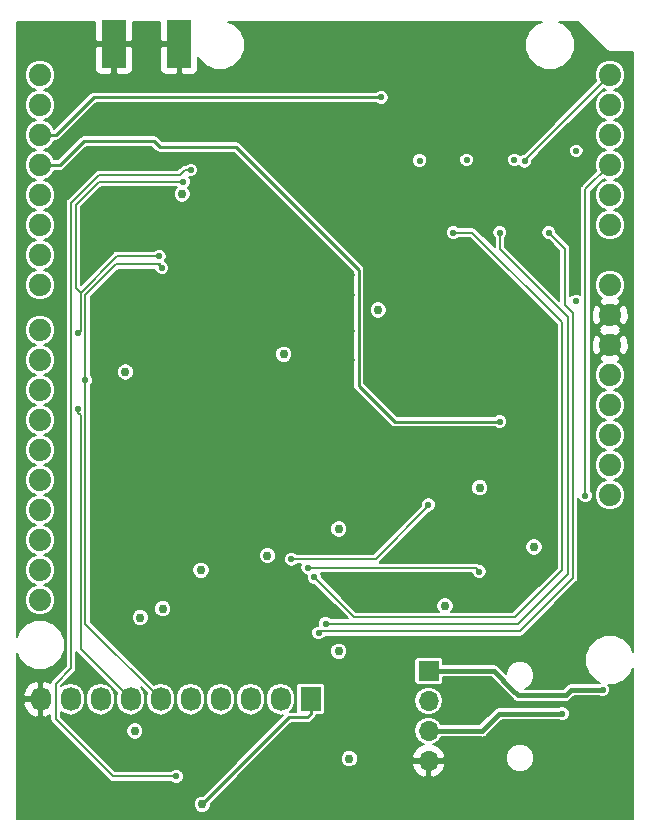
<source format=gbl>
G04 #@! TF.GenerationSoftware,KiCad,Pcbnew,(5.0.0)*
G04 #@! TF.CreationDate,2018-12-02T13:03:49-08:00*
G04 #@! TF.ProjectId,HamShield1.1,48616D536869656C64312E312E6B6963,rev?*
G04 #@! TF.SameCoordinates,PX581e980PY882a660*
G04 #@! TF.FileFunction,Copper,L4,Bot,Signal*
G04 #@! TF.FilePolarity,Positive*
%FSLAX46Y46*%
G04 Gerber Fmt 4.6, Leading zero omitted, Abs format (unit mm)*
G04 Created by KiCad (PCBNEW (5.0.0)) date 12/02/18 13:03:49*
%MOMM*%
%LPD*%
G01*
G04 APERTURE LIST*
G04 #@! TA.AperFunction,ViaPad*
%ADD10C,0.838200*%
G04 #@! TD*
G04 #@! TA.AperFunction,ComponentPad*
%ADD11R,1.727200X2.032000*%
G04 #@! TD*
G04 #@! TA.AperFunction,ComponentPad*
%ADD12O,1.727200X2.032000*%
G04 #@! TD*
G04 #@! TA.AperFunction,ComponentPad*
%ADD13R,1.700000X1.700000*%
G04 #@! TD*
G04 #@! TA.AperFunction,ComponentPad*
%ADD14O,1.700000X1.700000*%
G04 #@! TD*
G04 #@! TA.AperFunction,ComponentPad*
%ADD15C,1.879600*%
G04 #@! TD*
G04 #@! TA.AperFunction,SMDPad,CuDef*
%ADD16R,2.000000X4.064000*%
G04 #@! TD*
G04 #@! TA.AperFunction,ViaPad*
%ADD17C,0.558800*%
G04 #@! TD*
G04 #@! TA.AperFunction,ViaPad*
%ADD18C,0.750000*%
G04 #@! TD*
G04 #@! TA.AperFunction,Conductor*
%ADD19C,0.175260*%
G04 #@! TD*
G04 #@! TA.AperFunction,Conductor*
%ADD20C,0.203200*%
G04 #@! TD*
G04 #@! TA.AperFunction,Conductor*
%ADD21C,0.248920*%
G04 #@! TD*
G04 #@! TA.AperFunction,Conductor*
%ADD22C,0.398780*%
G04 #@! TD*
G04 #@! TA.AperFunction,Conductor*
%ADD23C,0.226060*%
G04 #@! TD*
G04 #@! TA.AperFunction,Conductor*
%ADD24C,0.200000*%
G04 #@! TD*
G04 APERTURE END LIST*
D10*
G04 #@! TO.N,GND*
G04 #@! TO.C,REF\002A\002A*
X27650000Y-6370000D03*
G04 #@! TD*
G04 #@! TO.N,GND*
G04 #@! TO.C,REF\002A\002A*
X16150000Y-2720000D03*
G04 #@! TD*
G04 #@! TO.N,GND*
G04 #@! TO.C,REF\002A\002A*
X13050000Y-2720000D03*
G04 #@! TD*
G04 #@! TO.N,GND*
G04 #@! TO.C,REF\002A\002A*
X22850000Y20430000D03*
G04 #@! TD*
G04 #@! TO.N,GND*
G04 #@! TO.C,REF\002A\002A*
X31850000Y22680000D03*
G04 #@! TD*
G04 #@! TO.N,GND*
G04 #@! TO.C,REF\002A\002A*
X34700000Y22730000D03*
G04 #@! TD*
G04 #@! TO.N,GND*
G04 #@! TO.C,REF\002A\002A*
X50850000Y39280000D03*
G04 #@! TD*
G04 #@! TO.N,GND*
G04 #@! TO.C,REF\002A\002A*
X46450000Y45830000D03*
G04 #@! TD*
G04 #@! TO.N,GND*
G04 #@! TO.C,REF\002A\002A*
X41300000Y45930000D03*
G04 #@! TD*
G04 #@! TO.N,GND*
G04 #@! TO.C,REF\002A\002A*
X37400000Y45980000D03*
G04 #@! TD*
G04 #@! TO.N,GND*
G04 #@! TO.C,REF\002A\002A*
X45700000Y51180000D03*
G04 #@! TD*
G04 #@! TO.N,GND*
G04 #@! TO.C,REF\002A\002A*
X45700000Y54180000D03*
G04 #@! TD*
G04 #@! TO.N,GND*
G04 #@! TO.C,REF\002A\002A*
X38400000Y50380000D03*
G04 #@! TD*
G04 #@! TO.N,GND*
G04 #@! TO.C,REF\002A\002A*
X43400000Y50380000D03*
G04 #@! TD*
G04 #@! TO.N,GND*
G04 #@! TO.C,REF\002A\002A*
X38300000Y-7170000D03*
G04 #@! TD*
G04 #@! TO.N,GND*
G04 #@! TO.C,REF\002A\002A*
X43100000Y-7220000D03*
G04 #@! TD*
G04 #@! TO.N,GND*
G04 #@! TO.C,REF\002A\002A*
X35600000Y-6320000D03*
G04 #@! TD*
G04 #@! TO.N,GND*
G04 #@! TO.C,REF\002A\002A*
X22800000Y41280000D03*
G04 #@! TD*
G04 #@! TO.N,GND*
G04 #@! TO.C,REF\002A\002A*
X20700000Y41330000D03*
G04 #@! TD*
G04 #@! TO.N,GND*
G04 #@! TO.C,REF\002A\002A*
X21450000Y36780000D03*
G04 #@! TD*
G04 #@! TO.N,GND*
G04 #@! TO.C,REF\002A\002A*
X23750000Y35680000D03*
G04 #@! TD*
G04 #@! TO.N,GND*
G04 #@! TO.C,REF\002A\002A*
X22000000Y38580000D03*
G04 #@! TD*
G04 #@! TO.N,GND*
G04 #@! TO.C,REF\002A\002A*
X19600000Y38830000D03*
G04 #@! TD*
G04 #@! TO.N,GND*
G04 #@! TO.C,REF\002A\002A*
X21200000Y34130000D03*
G04 #@! TD*
G04 #@! TO.N,GND*
G04 #@! TO.C,REF\002A\002A*
X19900000Y35330000D03*
G04 #@! TD*
G04 #@! TO.N,GND*
G04 #@! TO.C,REF\002A\002A*
X18400000Y34280000D03*
G04 #@! TD*
G04 #@! TO.N,GND*
G04 #@! TO.C,REF\002A\002A*
X18400000Y36680000D03*
G04 #@! TD*
G04 #@! TO.N,GND*
G04 #@! TO.C,REF\002A\002A*
X23700000Y33630000D03*
G04 #@! TD*
G04 #@! TO.N,GND*
G04 #@! TO.C,REF\002A\002A*
X23400000Y32280000D03*
G04 #@! TD*
G04 #@! TO.N,GND*
G04 #@! TO.C,REF\002A\002A*
X18900000Y32630000D03*
G04 #@! TD*
G04 #@! TO.N,GND*
G04 #@! TO.C,REF\002A\002A*
X17700000Y32580000D03*
G04 #@! TD*
G04 #@! TO.N,GND*
G04 #@! TO.C,REF\002A\002A*
X22200000Y29930000D03*
G04 #@! TD*
G04 #@! TO.N,GND*
G04 #@! TO.C,REF\002A\002A*
X20000000Y29930000D03*
G04 #@! TD*
G04 #@! TO.N,GND*
G04 #@! TO.C,REF\002A\002A*
X14150000Y28380000D03*
G04 #@! TD*
G04 #@! TO.N,GND*
G04 #@! TO.C,REF\002A\002A*
X14150000Y29830000D03*
G04 #@! TD*
G04 #@! TO.N,GND*
G04 #@! TO.C,REF\002A\002A*
X14150000Y31480000D03*
G04 #@! TD*
G04 #@! TO.N,GND*
G04 #@! TO.C,REF\002A\002A*
X14200000Y33530000D03*
G04 #@! TD*
G04 #@! TO.N,GND*
G04 #@! TO.C,REF\002A\002A*
X16050000Y31480000D03*
G04 #@! TD*
G04 #@! TO.N,GND*
G04 #@! TO.C,REF\002A\002A*
X12300000Y31480000D03*
G04 #@! TD*
G04 #@! TO.N,GND*
G04 #@! TO.C,REF\002A\002A*
X16050000Y33480000D03*
G04 #@! TD*
G04 #@! TO.N,GND*
G04 #@! TO.C,REF\002A\002A*
X12300000Y33480000D03*
G04 #@! TD*
G04 #@! TO.N,GND*
G04 #@! TO.C,REF\002A\002A*
X19550000Y20480000D03*
G04 #@! TD*
G04 #@! TO.N,GND*
G04 #@! TO.C,REF\002A\002A*
X24800000Y20730000D03*
G04 #@! TD*
G04 #@! TO.N,GND*
G04 #@! TO.C,REF\002A\002A*
X27300000Y22230000D03*
G04 #@! TD*
G04 #@! TO.N,GND*
G04 #@! TO.C,REF\002A\002A*
X29800000Y24730000D03*
G04 #@! TD*
G04 #@! TO.N,GND*
G04 #@! TO.C,REF\002A\002A*
X31050000Y3980000D03*
G04 #@! TD*
G04 #@! TO.N,GND*
G04 #@! TO.C,REF\002A\002A*
X36300000Y10730000D03*
G04 #@! TD*
G04 #@! TO.N,GND*
G04 #@! TO.C,REF\002A\002A*
X45300000Y13730000D03*
G04 #@! TD*
G04 #@! TO.N,GND*
G04 #@! TO.C,REF\002A\002A*
X48800000Y11230000D03*
G04 #@! TD*
G04 #@! TO.N,GND*
G04 #@! TO.C,REF\002A\002A*
X48800000Y8230000D03*
G04 #@! TD*
G04 #@! TO.N,GND*
G04 #@! TO.C,REF\002A\002A*
X42050000Y37230000D03*
G04 #@! TD*
G04 #@! TO.N,GND*
G04 #@! TO.C,REF\002A\002A*
X45300000Y39980000D03*
G04 #@! TD*
G04 #@! TO.N,GND*
G04 #@! TO.C,REF\002A\002A*
X42300000Y35480000D03*
G04 #@! TD*
G04 #@! TO.N,GND*
G04 #@! TO.C,REF\002A\002A*
X40800000Y29480000D03*
G04 #@! TD*
G04 #@! TO.N,GND*
G04 #@! TO.C,REF\002A\002A*
X43300000Y26480000D03*
G04 #@! TD*
G04 #@! TO.N,GND*
G04 #@! TO.C,REF\002A\002A*
X40550000Y26480000D03*
G04 #@! TD*
G04 #@! TO.N,GND*
G04 #@! TO.C,REF\002A\002A*
X37800000Y26480000D03*
G04 #@! TD*
G04 #@! TO.N,GND*
G04 #@! TO.C,REF\002A\002A*
X32300000Y32480000D03*
G04 #@! TD*
G04 #@! TO.N,GND*
G04 #@! TO.C,REF\002A\002A*
X32800000Y27980000D03*
G04 #@! TD*
G04 #@! TO.N,GND*
G04 #@! TO.C,REF\002A\002A*
X34300000Y34980000D03*
G04 #@! TD*
G04 #@! TO.N,GND*
G04 #@! TO.C,REF\002A\002A*
X38550000Y33230000D03*
G04 #@! TD*
G04 #@! TO.N,GND*
G04 #@! TO.C,REF\002A\002A*
X38550000Y30230000D03*
G04 #@! TD*
G04 #@! TO.N,GND*
G04 #@! TO.C,REF\002A\002A*
X38300000Y37980000D03*
G04 #@! TD*
G04 #@! TO.N,GND*
G04 #@! TO.C,REF\002A\002A*
X38300000Y34980000D03*
G04 #@! TD*
G04 #@! TO.N,GND*
G04 #@! TO.C,REF\002A\002A*
X32300000Y35980000D03*
G04 #@! TD*
G04 #@! TO.N,GND*
G04 #@! TO.C,REF\002A\002A*
X31300000Y39980000D03*
G04 #@! TD*
G04 #@! TO.N,GND*
G04 #@! TO.C,REF\002A\002A*
X33300000Y41230000D03*
G04 #@! TD*
G04 #@! TO.N,GND*
G04 #@! TO.C,REF\002A\002A*
X33300000Y38230000D03*
G04 #@! TD*
G04 #@! TO.N,GND*
G04 #@! TO.C,REF\002A\002A*
X26350000Y48780000D03*
G04 #@! TD*
G04 #@! TO.N,GND*
G04 #@! TO.C,REF\002A\002A*
X26350000Y46030000D03*
G04 #@! TD*
G04 #@! TO.N,GND*
G04 #@! TO.C,REF\002A\002A*
X26600000Y42530000D03*
G04 #@! TD*
G04 #@! TO.N,GND*
G04 #@! TO.C,REF\002A\002A*
X29050000Y40230000D03*
G04 #@! TD*
G04 #@! TO.N,GND*
G04 #@! TO.C,REF\002A\002A*
X32050000Y44230000D03*
G04 #@! TD*
G04 #@! TO.N,GND*
G04 #@! TO.C,REF\002A\002A*
X32050000Y47230000D03*
G04 #@! TD*
G04 #@! TO.N,GND*
G04 #@! TO.C,REF\002A\002A*
X32050000Y49730000D03*
G04 #@! TD*
G04 #@! TO.N,GND*
G04 #@! TO.C,REF\002A\002A*
X26850000Y39530000D03*
G04 #@! TD*
G04 #@! TO.N,GND*
G04 #@! TO.C,REF\002A\002A*
X28800000Y37730000D03*
G04 #@! TD*
G04 #@! TO.N,GND*
G04 #@! TO.C,REF\002A\002A*
X26800000Y30830000D03*
G04 #@! TD*
G04 #@! TO.N,GND*
G04 #@! TO.C,REF\002A\002A*
X26850000Y37030000D03*
G04 #@! TD*
G04 #@! TO.N,GND*
G04 #@! TO.C,REF\002A\002A*
X26800000Y32330000D03*
G04 #@! TD*
G04 #@! TO.N,GND*
G04 #@! TO.C,REF\002A\002A*
X28800000Y32980000D03*
G04 #@! TD*
G04 #@! TO.N,GND*
G04 #@! TO.C,REF\002A\002A*
X28800000Y35980000D03*
G04 #@! TD*
G04 #@! TO.N,GND*
G04 #@! TO.C,REF\002A\002A*
X28800000Y30480000D03*
G04 #@! TD*
G04 #@! TO.N,GND*
G04 #@! TO.C,REF\002A\002A*
X28800000Y27480000D03*
G04 #@! TD*
G04 #@! TO.N,GND*
G04 #@! TO.C,REF\002A\002A*
X24300000Y25980000D03*
G04 #@! TD*
G04 #@! TO.N,GND*
G04 #@! TO.C,REF\002A\002A*
X26550000Y27980000D03*
G04 #@! TD*
G04 #@! TO.N,GND*
G04 #@! TO.C,REF\002A\002A*
X26800000Y25230000D03*
G04 #@! TD*
G04 #@! TO.N,GND*
G04 #@! TO.C,REF\002A\002A*
X24550000Y23230000D03*
G04 #@! TD*
G04 #@! TO.N,GND*
G04 #@! TO.C,REF\002A\002A*
X22050000Y26230000D03*
G04 #@! TD*
G04 #@! TO.N,GND*
G04 #@! TO.C,REF\002A\002A*
X22050000Y24230000D03*
G04 #@! TD*
G04 #@! TO.N,GND*
G04 #@! TO.C,REF\002A\002A*
X19800000Y17230000D03*
G04 #@! TD*
G04 #@! TO.N,GND*
G04 #@! TO.C,REF\002A\002A*
X21800000Y18230000D03*
G04 #@! TD*
G04 #@! TO.N,GND*
G04 #@! TO.C,REF\002A\002A*
X19300000Y15230000D03*
G04 #@! TD*
G04 #@! TO.N,GND*
G04 #@! TO.C,REF\002A\002A*
X15800000Y16730000D03*
G04 #@! TD*
G04 #@! TO.N,GND*
G04 #@! TO.C,REF\002A\002A*
X16000000Y13730000D03*
G04 #@! TD*
G04 #@! TO.N,GND*
G04 #@! TO.C,REF\002A\002A*
X16800000Y9730000D03*
G04 #@! TD*
G04 #@! TO.N,GND*
G04 #@! TO.C,REF\002A\002A*
X16300000Y6230000D03*
G04 #@! TD*
G04 #@! TO.N,GND*
G04 #@! TO.C,REF\002A\002A*
X17800000Y7230000D03*
G04 #@! TD*
G04 #@! TO.N,GND*
G04 #@! TO.C,REF\002A\002A*
X8800000Y-270000D03*
G04 #@! TD*
G04 #@! TO.N,GND*
G04 #@! TO.C,REF\002A\002A*
X21800000Y230000D03*
G04 #@! TD*
G04 #@! TO.N,GND*
G04 #@! TO.C,REF\002A\002A*
X16300000Y230000D03*
G04 #@! TD*
G04 #@! TO.N,GND*
G04 #@! TO.C,REF\002A\002A*
X26800000Y6730000D03*
G04 #@! TD*
G04 #@! TO.N,GND*
G04 #@! TO.C,REF\002A\002A*
X29800000Y2230000D03*
G04 #@! TD*
G04 #@! TO.N,GND*
G04 #@! TO.C,REF\002A\002A*
X31300000Y730000D03*
G04 #@! TD*
G04 #@! TO.N,GND*
G04 #@! TO.C,REF\002A\002A*
X27500000Y4730000D03*
G04 #@! TD*
G04 #@! TO.N,GND*
G04 #@! TO.C,REF\002A\002A*
X33300000Y11730000D03*
G04 #@! TD*
G04 #@! TO.N,GND*
G04 #@! TO.C,REF\002A\002A*
X36300000Y14230000D03*
G04 #@! TD*
G04 #@! TO.N,GND*
G04 #@! TO.C,REF\002A\002A*
X36300000Y17230000D03*
G04 #@! TD*
G04 #@! TO.N,GND*
G04 #@! TO.C,REF\002A\002A*
X38750000Y19730000D03*
G04 #@! TD*
G04 #@! TO.N,GND*
G04 #@! TO.C,REF\002A\002A*
X36300000Y20230000D03*
G04 #@! TD*
G04 #@! TO.N,GND*
G04 #@! TO.C,REF\002A\002A*
X41300000Y23730000D03*
G04 #@! TD*
G04 #@! TO.N,GND*
G04 #@! TO.C,REF\002A\002A*
X38800000Y23730000D03*
G04 #@! TD*
G04 #@! TO.N,GND*
G04 #@! TO.C,REF\002A\002A*
X29300000Y17730000D03*
G04 #@! TD*
G04 #@! TO.N,GND*
G04 #@! TO.C,REF\002A\002A*
X29300000Y20730000D03*
G04 #@! TD*
G04 #@! TO.N,GND*
G04 #@! TO.C,REF\002A\002A*
X45800000Y26730000D03*
G04 #@! TD*
G04 #@! TO.N,GND*
G04 #@! TO.C,REF\002A\002A*
X44300000Y22230000D03*
G04 #@! TD*
G04 #@! TO.N,GND*
G04 #@! TO.C,REF\002A\002A*
X44300000Y25230000D03*
G04 #@! TD*
G04 #@! TO.N,GND*
G04 #@! TO.C,REF\002A\002A*
X32800000Y20730000D03*
G04 #@! TD*
G04 #@! TO.N,GND*
G04 #@! TO.C,REF\002A\002A*
X32800000Y17730000D03*
G04 #@! TD*
G04 #@! TO.N,GND*
G04 #@! TO.C,REF\002A\002A*
X50800000Y10230000D03*
G04 #@! TD*
G04 #@! TO.N,GND*
G04 #@! TO.C,REF\002A\002A*
X50800000Y13230000D03*
G04 #@! TD*
G04 #@! TO.N,GND*
G04 #@! TO.C,REF\002A\002A*
X40800000Y2730000D03*
G04 #@! TD*
G04 #@! TO.N,GND*
G04 #@! TO.C,REF\002A\002A*
X40800000Y5730000D03*
G04 #@! TD*
G04 #@! TO.N,GND*
G04 #@! TO.C,REF\002A\002A*
X51800000Y1230000D03*
G04 #@! TD*
G04 #@! TO.N,GND*
G04 #@! TO.C,REF\002A\002A*
X51800000Y-1770000D03*
G04 #@! TD*
G04 #@! TO.N,GND*
G04 #@! TO.C,REF\002A\002A*
X49300000Y-1770000D03*
G04 #@! TD*
G04 #@! TO.N,GND*
G04 #@! TO.C,REF\002A\002A*
X49300000Y1230000D03*
G04 #@! TD*
G04 #@! TO.N,GND*
G04 #@! TO.C,REF\002A\002A*
X21800000Y-7770000D03*
G04 #@! TD*
G04 #@! TO.N,GND*
G04 #@! TO.C,REF\002A\002A*
X14300000Y-7770000D03*
G04 #@! TD*
G04 #@! TO.N,GND*
G04 #@! TO.C,REF\002A\002A*
X12300000Y-5770000D03*
G04 #@! TD*
G04 #@! TO.N,GND*
G04 #@! TO.C,REF\002A\002A*
X18800000Y-2270000D03*
G04 #@! TD*
G04 #@! TO.N,GND*
G04 #@! TO.C,REF\002A\002A*
X30800000Y-3270000D03*
G04 #@! TD*
G04 #@! TO.N,GND*
G04 #@! TO.C,REF\002A\002A*
X30800000Y-6270000D03*
G04 #@! TD*
G04 #@! TO.N,GND*
G04 #@! TO.C,REF\002A\002A*
X2800000Y-4270000D03*
G04 #@! TD*
G04 #@! TO.N,GND*
G04 #@! TO.C,REF\002A\002A*
X2800000Y-1270000D03*
G04 #@! TD*
G04 #@! TO.N,GND*
G04 #@! TO.C,REF\002A\002A*
X4290000Y13980000D03*
G04 #@! TD*
G04 #@! TO.N,GND*
G04 #@! TO.C,REF\002A\002A*
X4320000Y11400000D03*
G04 #@! TD*
G04 #@! TO.N,GND*
G04 #@! TO.C,REF\002A\002A*
X4300000Y26230000D03*
G04 #@! TD*
G04 #@! TO.N,GND*
G04 #@! TO.C,REF\002A\002A*
X4300000Y23230000D03*
G04 #@! TD*
G04 #@! TO.N,GND*
G04 #@! TO.C,REF\002A\002A*
X4300000Y16230000D03*
G04 #@! TD*
G04 #@! TO.N,GND*
G04 #@! TO.C,REF\002A\002A*
X4300000Y19230000D03*
G04 #@! TD*
G04 #@! TO.N,GND*
G04 #@! TO.C,REF\002A\002A*
X4300000Y33730000D03*
G04 #@! TD*
G04 #@! TO.N,GND*
G04 #@! TO.C,REF\002A\002A*
X4300000Y30730000D03*
G04 #@! TD*
G04 #@! TO.N,GND*
G04 #@! TO.C,REF\002A\002A*
X4300000Y37730000D03*
G04 #@! TD*
G04 #@! TO.N,GND*
G04 #@! TO.C,REF\002A\002A*
X4300000Y40730000D03*
G04 #@! TD*
G04 #@! TO.N,GND*
G04 #@! TO.C,REF\002A\002A*
X11300000Y6730000D03*
G04 #@! TD*
G04 #@! TO.N,GND*
G04 #@! TO.C,REF\002A\002A*
X8800000Y7230000D03*
G04 #@! TD*
G04 #@! TO.N,GND*
G04 #@! TO.C,REF\002A\002A*
X8300000Y10230000D03*
G04 #@! TD*
G04 #@! TO.N,GND*
G04 #@! TO.C,REF\002A\002A*
X12800000Y12730000D03*
G04 #@! TD*
G04 #@! TO.N,GND*
G04 #@! TO.C,REF\002A\002A*
X9300000Y13730000D03*
G04 #@! TD*
G04 #@! TO.N,GND*
G04 #@! TO.C,REF\002A\002A*
X10800000Y15230000D03*
G04 #@! TD*
G04 #@! TO.N,GND*
G04 #@! TO.C,REF\002A\002A*
X13300000Y15730000D03*
G04 #@! TD*
G04 #@! TO.N,GND*
G04 #@! TO.C,REF\002A\002A*
X17300000Y18730000D03*
G04 #@! TD*
G04 #@! TO.N,GND*
G04 #@! TO.C,REF\002A\002A*
X17800000Y21230000D03*
G04 #@! TD*
G04 #@! TO.N,GND*
G04 #@! TO.C,REF\002A\002A*
X19800000Y22730000D03*
G04 #@! TD*
G04 #@! TO.N,GND*
G04 #@! TO.C,REF\002A\002A*
X16800000Y22730000D03*
G04 #@! TD*
G04 #@! TO.N,GND*
G04 #@! TO.C,REF\002A\002A*
X16800000Y24730000D03*
G04 #@! TD*
G04 #@! TO.N,GND*
G04 #@! TO.C,REF\002A\002A*
X19800000Y24730000D03*
G04 #@! TD*
G04 #@! TO.N,GND*
G04 #@! TO.C,REF\002A\002A*
X19800000Y26730000D03*
G04 #@! TD*
G04 #@! TO.N,GND*
G04 #@! TO.C,REF\002A\002A*
X16800000Y26730000D03*
G04 #@! TD*
G04 #@! TO.N,GND*
G04 #@! TO.C,REF\002A\002A*
X14300000Y26730000D03*
G04 #@! TD*
G04 #@! TO.N,GND*
G04 #@! TO.C,REF\002A\002A*
X12800000Y21230000D03*
G04 #@! TD*
G04 #@! TO.N,GND*
G04 #@! TO.C,REF\002A\002A*
X14300000Y19730000D03*
G04 #@! TD*
G04 #@! TO.N,GND*
G04 #@! TO.C,REF\002A\002A*
X9500000Y31480000D03*
G04 #@! TD*
G04 #@! TO.N,GND*
G04 #@! TO.C,REF\002A\002A*
X9900000Y34130000D03*
G04 #@! TD*
G04 #@! TO.N,GND*
G04 #@! TO.C,REF\002A\002A*
X10300000Y27730000D03*
G04 #@! TD*
G04 #@! TO.N,GND*
G04 #@! TO.C,REF\002A\002A*
X10300000Y24730000D03*
G04 #@! TD*
G04 #@! TO.N,GND*
G04 #@! TO.C,REF\002A\002A*
X10300000Y18730000D03*
G04 #@! TD*
G04 #@! TO.N,GND*
G04 #@! TO.C,REF\002A\002A*
X10300000Y21730000D03*
G04 #@! TD*
G04 #@! TO.N,GND*
G04 #@! TO.C,REF\002A\002A*
X7300000Y21730000D03*
G04 #@! TD*
G04 #@! TO.N,GND*
G04 #@! TO.C,REF\002A\002A*
X7300000Y18730000D03*
G04 #@! TD*
G04 #@! TO.N,GND*
G04 #@! TO.C,REF\002A\002A*
X7300000Y24730000D03*
G04 #@! TD*
G04 #@! TO.N,GND*
G04 #@! TO.C,REF\002A\002A*
X7300000Y34230000D03*
G04 #@! TD*
G04 #@! TO.N,GND*
G04 #@! TO.C,REF\002A\002A*
X7300000Y31230000D03*
G04 #@! TD*
G04 #@! TO.N,GND*
G04 #@! TO.C,REF\002A\002A*
X9050000Y50030000D03*
G04 #@! TD*
G04 #@! TO.N,GND*
G04 #@! TO.C,REF\002A\002A*
X12150000Y47780000D03*
G04 #@! TD*
G04 #@! TO.N,GND*
G04 #@! TO.C,REF\002A\002A*
X13350000Y44480000D03*
G04 #@! TD*
G04 #@! TO.N,GND*
G04 #@! TO.C,REF\002A\002A*
X15600000Y43780000D03*
G04 #@! TD*
G04 #@! TO.N,GND*
G04 #@! TO.C,REF\002A\002A*
X9100000Y42280000D03*
G04 #@! TD*
G04 #@! TO.N,GND*
G04 #@! TO.C,REF\002A\002A*
X9100000Y40280000D03*
G04 #@! TD*
G04 #@! TO.N,GND*
G04 #@! TO.C,REF\002A\002A*
X10100000Y37780000D03*
G04 #@! TD*
G04 #@! TO.N,GND*
G04 #@! TO.C,REF\002A\002A*
X10100000Y36280000D03*
G04 #@! TD*
G04 #@! TO.N,GND*
G04 #@! TO.C,REF\002A\002A*
X6400000Y39280000D03*
G04 #@! TD*
G04 #@! TO.N,GND*
G04 #@! TO.C,REF\002A\002A*
X6700000Y43680000D03*
G04 #@! TD*
G04 #@! TO.N,GND*
G04 #@! TO.C,REF\002A\002A*
X6400000Y41280000D03*
G04 #@! TD*
G04 #@! TO.N,GND*
G04 #@! TO.C,REF\002A\002A*
X4950000Y45430000D03*
G04 #@! TD*
G04 #@! TO.N,GND*
G04 #@! TO.C,REF\002A\002A*
X9100000Y44280000D03*
G04 #@! TD*
G04 #@! TO.N,GND*
G04 #@! TO.C,REF\002A\002A*
X9100000Y47280000D03*
G04 #@! TD*
G04 #@! TO.N,GND*
G04 #@! TO.C,REF\002A\002A*
X6300000Y50580000D03*
G04 #@! TD*
G04 #@! TO.N,GND*
G04 #@! TO.C,REF\002A\002A*
X6350000Y47930000D03*
G04 #@! TD*
G04 #@! TO.N,GND*
G04 #@! TO.C,REF\002A\002A*
X18100000Y45280000D03*
G04 #@! TD*
G04 #@! TO.N,GND*
G04 #@! TO.C,REF\002A\002A*
X19600000Y44280000D03*
G04 #@! TD*
G04 #@! TO.N,GND*
G04 #@! TO.C,REF\002A\002A*
X16050000Y45830000D03*
G04 #@! TD*
G04 #@! TO.N,GND*
G04 #@! TO.C,REF\002A\002A*
X18100000Y47280000D03*
G04 #@! TD*
G04 #@! TO.N,GND*
G04 #@! TO.C,REF\002A\002A*
X16100000Y47280000D03*
G04 #@! TD*
G04 #@! TO.N,GND*
G04 #@! TO.C,REF\002A\002A*
X23000000Y50630000D03*
G04 #@! TD*
G04 #@! TO.N,GND*
G04 #@! TO.C,REF\002A\002A*
X9100000Y53780000D03*
G04 #@! TD*
G04 #@! TO.N,GND*
G04 #@! TO.C,REF\002A\002A*
X16600000Y53780000D03*
G04 #@! TD*
G04 #@! TO.N,GND*
G04 #@! TO.C,REF\002A\002A*
X25050000Y44780000D03*
G04 #@! TD*
G04 #@! TO.N,GND*
G04 #@! TO.C,REF\002A\002A*
X25100000Y41280000D03*
G04 #@! TD*
G04 #@! TO.N,GND*
G04 #@! TO.C,REF\002A\002A*
X29100000Y46280000D03*
G04 #@! TD*
G04 #@! TO.N,GND*
G04 #@! TO.C,REF\002A\002A*
X29100000Y43280000D03*
G04 #@! TD*
G04 #@! TO.N,GND*
G04 #@! TO.C,REF\002A\002A*
X29100000Y51280000D03*
G04 #@! TD*
G04 #@! TO.N,GND*
G04 #@! TO.C,REF\002A\002A*
X29100000Y48280000D03*
G04 #@! TD*
G04 #@! TO.N,GND*
G04 #@! TO.C,REF\002A\002A*
X24600000Y49780000D03*
G04 #@! TD*
G04 #@! TO.N,GND*
G04 #@! TO.C,REF\002A\002A*
X25050000Y46780000D03*
G04 #@! TD*
G04 #@! TO.N,GND*
G04 #@! TO.C,REF\002A\002A*
X36600000Y57780000D03*
G04 #@! TD*
G04 #@! TO.N,GND*
G04 #@! TO.C,REF\002A\002A*
X36600000Y54780000D03*
G04 #@! TD*
G04 #@! TO.N,GND*
G04 #@! TO.C,REF\002A\002A*
X26600000Y54780000D03*
G04 #@! TD*
G04 #@! TO.N,GND*
G04 #@! TO.C,REF\002A\002A*
X26600000Y57780000D03*
G04 #@! TD*
G04 #@! TO.N,GND*
G04 #@! TO.C,REF\002A\002A*
X21600000Y57780000D03*
G04 #@! TD*
G04 #@! TO.N,GND*
G04 #@! TO.C,REF\002A\002A*
X21600000Y54780000D03*
G04 #@! TD*
G04 #@! TO.N,GND*
G04 #@! TO.C,REF\002A\002A*
X5600000Y54780000D03*
G04 #@! TD*
G04 #@! TO.N,GND*
G04 #@! TO.C,REF\002A\002A*
X5600000Y57780000D03*
G04 #@! TD*
D11*
G04 #@! TO.P,P1,1*
G04 #@! TO.N,VCC*
X25480000Y1780000D03*
D12*
G04 #@! TO.P,P1,2*
G04 #@! TO.N,/GPIO0*
X22940000Y1780000D03*
G04 #@! TO.P,P1,3*
G04 #@! TO.N,/GPIO1*
X20400000Y1780000D03*
G04 #@! TO.P,P1,4*
G04 #@! TO.N,/GPIO2*
X17860000Y1780000D03*
G04 #@! TO.P,P1,5*
G04 #@! TO.N,/GPIO3*
X15320000Y1780000D03*
G04 #@! TO.P,P1,6*
G04 #@! TO.N,/GPIO4*
X12780000Y1780000D03*
G04 #@! TO.P,P1,7*
G04 #@! TO.N,/GPIO5*
X10240000Y1780000D03*
G04 #@! TO.P,P1,8*
G04 #@! TO.N,/GPIO6*
X7700000Y1780000D03*
G04 #@! TO.P,P1,9*
G04 #@! TO.N,/GPIO7*
X5160000Y1780000D03*
G04 #@! TO.P,P1,10*
G04 #@! TO.N,GND*
X2620000Y1780000D03*
G04 #@! TD*
D13*
G04 #@! TO.P,JP3,1*
G04 #@! TO.N,Net-(C94-Pad2)*
X35470000Y4165000D03*
D14*
G04 #@! TO.P,JP3,2*
G04 #@! TO.N,Net-(C93-Pad2)*
X35470000Y1625000D03*
G04 #@! TO.P,JP3,3*
G04 #@! TO.N,Net-(J2-Pad2)*
X35470000Y-915000D03*
G04 #@! TO.P,JP3,4*
G04 #@! TO.N,GND*
X35470000Y-3455000D03*
G04 #@! TD*
D10*
G04 #@! TO.N,GND*
G04 #@! TO.C,REF\002A\002A*
X46600000Y41530000D03*
G04 #@! TD*
D15*
G04 #@! TO.P,U5,3.3V*
G04 #@! TO.N,N/C*
X50830000Y26680000D03*
G04 #@! TO.P,U5,5V*
G04 #@! TO.N,+5VL*
X50830000Y29220000D03*
G04 #@! TO.P,U5,A0*
G04 #@! TO.N,N/C*
X50830000Y41920000D03*
G04 #@! TO.P,U5,A1*
G04 #@! TO.N,Net-(Q5-Pad3)*
X50830000Y44460000D03*
G04 #@! TO.P,U5,A2*
G04 #@! TO.N,/User Interface/ARD_AUDIO_OUT*
X50830000Y47000000D03*
G04 #@! TO.P,U5,A3*
G04 #@! TO.N,/nRST*
X50830000Y49540000D03*
G04 #@! TO.P,U5,A4*
G04 #@! TO.N,Net-(Q6-Pad3)*
X50830000Y52080000D03*
G04 #@! TO.P,U5,A5*
G04 #@! TO.N,Net-(Q7-Pad3)*
X50830000Y54620000D03*
G04 #@! TO.P,U5,AREF*
G04 #@! TO.N,N/C*
X2570000Y15250000D03*
G04 #@! TO.P,U5,D2*
G04 #@! TO.N,Net-(S1-Pad1)*
X2570000Y49540000D03*
G04 #@! TO.P,U5,D3*
G04 #@! TO.N,/User Interface/PWM_AUDIO_IN*
X2570000Y47000000D03*
G04 #@! TO.P,U5,D4*
G04 #@! TO.N,N/C*
X2570000Y44460000D03*
G04 #@! TO.P,U5,D5*
X2570000Y41920000D03*
G04 #@! TO.P,U5,D6*
X2570000Y39380000D03*
G04 #@! TO.P,U5,D7*
X2570000Y36840000D03*
G04 #@! TO.P,U5,D8*
X2570000Y33030000D03*
G04 #@! TO.P,U5,D9*
X2570000Y30490000D03*
G04 #@! TO.P,U5,D10*
X2570000Y27950000D03*
G04 #@! TO.P,U5,D11*
X2570000Y25410000D03*
G04 #@! TO.P,U5,D12*
X2570000Y22870000D03*
G04 #@! TO.P,U5,D13*
X2570000Y20330000D03*
G04 #@! TO.P,U5,GP2*
G04 #@! TO.N,GND*
X50830000Y31760000D03*
G04 #@! TO.P,U5,GP1*
X50830000Y34300000D03*
G04 #@! TO.P,U5,GD1*
G04 #@! TO.N,N/C*
X2570000Y17790000D03*
G04 #@! TO.P,U5,RES*
X50830000Y24140000D03*
G04 #@! TO.P,U5,RX*
X2570000Y54620000D03*
G04 #@! TO.P,U5,TX*
X2570000Y52080000D03*
G04 #@! TO.P,U5,VIN*
G04 #@! TO.N,VIN*
X50830000Y36840000D03*
G04 #@! TO.P,U5,SDA*
G04 #@! TO.N,N/C*
X2570000Y12710000D03*
G04 #@! TO.P,U5,SCL*
X2570000Y10170000D03*
G04 #@! TO.P,U5,IORE*
X50830000Y21600000D03*
G04 #@! TO.P,U5,NC*
X50830000Y19060000D03*
G04 #@! TD*
D16*
G04 #@! TO.P,J1,GND*
G04 #@! TO.N,GND*
X8838000Y57240000D03*
X14362000Y57240000D03*
G04 #@! TD*
D17*
G04 #@! TO.N,GND*
X15200000Y39780000D03*
X10500000Y11240000D03*
X10500000Y12120000D03*
X14100000Y49680000D03*
X22890000Y9480000D03*
X22690000Y14550000D03*
X43155000Y33332500D03*
X43155000Y32607500D03*
X42505000Y33332500D03*
X41310000Y30560000D03*
X42505000Y32607500D03*
X22880000Y10970000D03*
X21370000Y10870000D03*
X21370000Y9420000D03*
D18*
G04 #@! TO.N,VCC*
X39800000Y19680000D03*
X27850000Y5830000D03*
X16300000Y-7120000D03*
X27850000Y16180000D03*
X44400000Y14655000D03*
X12950000Y9430000D03*
X21820000Y13930000D03*
X16200000Y12680000D03*
G04 #@! TO.N,VTX*
X36850000Y9680000D03*
X10600000Y-920000D03*
X23200000Y30980000D03*
X11050000Y8680000D03*
X28750000Y-3270000D03*
D17*
G04 #@! TO.N,Net-(C94-Pad2)*
X50200000Y2580000D03*
G04 #@! TO.N,Net-(J2-Pad2)*
X46800000Y530000D03*
G04 #@! TO.N,Net-(S1-Pad1)*
X31450000Y52730000D03*
G04 #@! TO.N,/User Interface/ARD_AUDIO_OUT*
X48750000Y18980000D03*
G04 #@! TO.N,/User Interface/PWM_AUDIO_IN*
X41500000Y25280000D03*
G04 #@! TO.N,Net-(Q7-Pad3)*
X43600000Y47330000D03*
G04 #@! TO.N,+5VL*
X42700000Y47430000D03*
X38700000Y47430000D03*
X34700000Y47380000D03*
G04 #@! TO.N,/MIC_IN*
X23850000Y13630000D03*
X35450000Y18230000D03*
G04 #@! TO.N,/AFOUT*
X39750000Y12580000D03*
X25250000Y12880000D03*
G04 #@! TO.N,/nSEN*
X37550000Y41280000D03*
X25800000Y12080000D03*
G04 #@! TO.N,/SDIO*
X41500000Y41280000D03*
X26750000Y8180000D03*
G04 #@! TO.N,/SCLK*
X26150000Y7380000D03*
X45650000Y41280000D03*
G04 #@! TO.N,/nRST*
X47960000Y48190000D03*
X47960000Y35490000D03*
G04 #@! TO.N,/Y1*
X14100000Y-4770000D03*
D18*
G04 #@! TO.N,VCC*
X31200000Y34730000D03*
X14600000Y44530000D03*
X9800000Y29480000D03*
D17*
G04 #@! TO.N,/GPIO4*
X12900000Y38280000D03*
X6403862Y28780000D03*
G04 #@! TO.N,/GPIO5*
X5822202Y26380000D03*
G04 #@! TO.N,/Y1*
X15350000Y46580000D03*
G04 #@! TO.N,/RF Front End/V1xorV2*
X12650000Y39280000D03*
X5800000Y32780000D03*
X14700000Y45580000D03*
G04 #@! TD*
D19*
G04 #@! TO.N,GND*
X10500000Y11240000D02*
X9490000Y10230000D01*
X9490000Y10230000D02*
X8300000Y10230000D01*
X10500000Y12120000D02*
X10800000Y12420000D01*
X10800000Y12420000D02*
X10800000Y15230000D01*
D20*
X22690000Y14550000D02*
X22730000Y14590000D01*
X43155000Y33332500D02*
X42505000Y33332500D01*
X43155000Y32607500D02*
X42505000Y32607500D01*
X42505000Y33332500D02*
X42505000Y32607500D01*
X41310000Y32250000D02*
X41310000Y30560000D01*
X42392500Y33332500D02*
X41310000Y32250000D01*
X42505000Y32607500D02*
X43972500Y32607500D01*
X43972500Y32607500D02*
X44370000Y32210000D01*
X44370000Y32230000D02*
X44370000Y32210000D01*
X21370000Y9520000D02*
X21370000Y9420000D01*
D21*
G04 #@! TO.N,VCC*
X16300000Y-7120000D02*
X23650000Y230000D01*
X23650000Y230000D02*
X25200000Y230000D01*
X25200000Y230000D02*
X25480000Y510000D01*
X25480000Y510000D02*
X25480000Y1780000D01*
D22*
G04 #@! TO.N,Net-(C94-Pad2)*
X42550000Y2580000D02*
X43020000Y2110000D01*
X40965000Y4165000D02*
X42550000Y2580000D01*
X40965000Y4165000D02*
X35470000Y4165000D01*
X47560000Y2580000D02*
X50200000Y2580000D01*
X47090000Y2110000D02*
X47560000Y2580000D01*
X43020000Y2110000D02*
X47090000Y2110000D01*
G04 #@! TO.N,Net-(J2-Pad2)*
X41445000Y530000D02*
X40000000Y-915000D01*
X46800000Y530000D02*
X41445000Y530000D01*
D20*
X40055000Y-915000D02*
X40000000Y-915000D01*
D22*
X40000000Y-915000D02*
X35470000Y-915000D01*
D21*
G04 #@! TO.N,Net-(S1-Pad1)*
X2570000Y49540000D02*
X3910000Y49540000D01*
X7100000Y52730000D02*
X31450000Y52730000D01*
X3910000Y49540000D02*
X7100000Y52730000D01*
D20*
G04 #@! TO.N,/User Interface/ARD_AUDIO_OUT*
X48750000Y44940000D02*
X48750000Y18980000D01*
X50800000Y46990000D02*
X48750000Y44940000D01*
D21*
G04 #@! TO.N,/User Interface/PWM_AUDIO_IN*
X2570000Y47000000D02*
X4270000Y47000000D01*
X32600000Y25280000D02*
X41500000Y25280000D01*
X29550000Y28330000D02*
X32600000Y25280000D01*
X29550000Y38130000D02*
X29550000Y28330000D01*
X19150000Y48530000D02*
X29550000Y38130000D01*
X12700000Y48530000D02*
X19150000Y48530000D01*
X12200000Y49030000D02*
X12700000Y48530000D01*
X6300000Y49030000D02*
X12200000Y49030000D01*
X4270000Y47000000D02*
X6300000Y49030000D01*
D20*
G04 #@! TO.N,Net-(Q7-Pad3)*
X43600000Y47390000D02*
X50830000Y54620000D01*
X43600000Y47330000D02*
X43600000Y47390000D01*
G04 #@! TO.N,/MIC_IN*
X23850000Y13630000D02*
X30975000Y13630000D01*
X30975000Y13630000D02*
X31005000Y13660000D01*
X31005000Y13660000D02*
X35450000Y18105000D01*
X35450000Y18105000D02*
X35450000Y18230000D01*
G04 #@! TO.N,/AFOUT*
X39450000Y12880000D02*
X39750000Y12580000D01*
X25250000Y12880000D02*
X39450000Y12880000D01*
G04 #@! TO.N,/GPIO5*
X6000000Y6020000D02*
X10240000Y1780000D01*
G04 #@! TO.N,/RF Front End/V1xorV2*
X8950000Y39130000D02*
X6000000Y36180000D01*
G04 #@! TO.N,/nSEN*
X39150000Y41280000D02*
X37550000Y41280000D01*
X46750000Y33680000D02*
X39150000Y41280000D01*
X46750000Y12730000D02*
X46750000Y33680000D01*
X42750000Y8730000D02*
X46750000Y12730000D01*
X29150000Y8730000D02*
X42750000Y8730000D01*
X25800000Y12080000D02*
X29150000Y8730000D01*
G04 #@! TO.N,/SDIO*
X41500000Y39880000D02*
X41500000Y41280000D01*
X47250000Y34130000D02*
X41500000Y39880000D01*
X47250000Y12380000D02*
X47250000Y34130000D01*
X43050000Y8180000D02*
X47250000Y12380000D01*
X26750000Y8180000D02*
X43050000Y8180000D01*
G04 #@! TO.N,/SCLK*
X47700000Y12030000D02*
X47700000Y34430000D01*
X26150000Y7380000D02*
X26300000Y7530000D01*
X26300000Y7530000D02*
X43200000Y7530000D01*
X43200000Y7530000D02*
X47700000Y12030000D01*
X47000000Y39930000D02*
X45650000Y41280000D01*
X47000000Y35130000D02*
X47000000Y39930000D01*
X47700000Y34430000D02*
X47000000Y35130000D01*
D23*
G04 #@! TO.N,/GPIO4*
X12600000Y38580000D02*
X12550000Y38580000D01*
X12900000Y38280000D02*
X12600000Y38580000D01*
D20*
X6403862Y8156138D02*
X12780000Y1780000D01*
X12550000Y38580000D02*
X8971148Y38580000D01*
X8971148Y38580000D02*
X6403862Y36012714D01*
X6403862Y36012714D02*
X6403862Y28780000D01*
X6403862Y28780000D02*
X6403862Y8156138D01*
G04 #@! TO.N,/GPIO5*
X6000000Y25807071D02*
X6000000Y25630000D01*
X5822202Y25984869D02*
X6000000Y25807071D01*
X5822202Y26380000D02*
X5822202Y25984869D01*
X6000000Y25630000D02*
X6000000Y6020000D01*
G04 #@! TO.N,/Y1*
X8750000Y-4770000D02*
X14100000Y-4770000D01*
X3900000Y80000D02*
X8750000Y-4770000D01*
X3900000Y3080000D02*
X3900000Y80000D01*
X15350000Y46580000D02*
X14839141Y46580000D01*
X14839141Y46580000D02*
X14393003Y46133862D01*
X14393003Y46133862D02*
X7532714Y46133862D01*
X7532714Y46133862D02*
X5192276Y43793424D01*
X5192276Y43793424D02*
X5192276Y4372276D01*
X5192276Y4372276D02*
X3900000Y3080000D01*
G04 #@! TO.N,/RF Front End/V1xorV2*
X9100000Y39280000D02*
X8950000Y39130000D01*
X12650000Y39280000D02*
X9100000Y39280000D01*
X6000000Y36180000D02*
X6000000Y32980000D01*
X6000000Y32980000D02*
X5800000Y32780000D01*
X14700000Y45580000D02*
X7550010Y45580000D01*
X7550010Y45580000D02*
X5596146Y43626136D01*
X5596146Y36583854D02*
X6000000Y36180000D01*
X5596146Y43626136D02*
X5596146Y36583854D01*
G04 #@! TD*
D24*
G04 #@! TO.N,GND*
G36*
X7230000Y57546000D02*
X7382000Y57394000D01*
X8684000Y57394000D01*
X8684000Y57414000D01*
X8992000Y57414000D01*
X8992000Y57394000D01*
X10294000Y57394000D01*
X10446000Y57546000D01*
X10446000Y59139500D01*
X12754000Y59139500D01*
X12754000Y57546000D01*
X12906000Y57394000D01*
X14208000Y57394000D01*
X14208000Y57414000D01*
X14516000Y57414000D01*
X14516000Y57394000D01*
X14536000Y57394000D01*
X14536000Y57086000D01*
X14516000Y57086000D01*
X14516000Y54752000D01*
X14668000Y54600000D01*
X15482939Y54600000D01*
X15706405Y54692563D01*
X15877438Y54863596D01*
X15970000Y55087062D01*
X15970000Y56126660D01*
X16034706Y55970446D01*
X16625446Y55379706D01*
X17397284Y55060000D01*
X18232716Y55060000D01*
X19004554Y55379706D01*
X19595294Y55970446D01*
X19915000Y56742284D01*
X19915000Y57577716D01*
X19595294Y58349554D01*
X19004554Y58940294D01*
X18523629Y59139500D01*
X45034300Y59139500D01*
X44565446Y58945294D01*
X43974706Y58354554D01*
X43655000Y57582716D01*
X43655000Y56747284D01*
X43974706Y55975446D01*
X44565446Y55384706D01*
X45337284Y55065000D01*
X46172716Y55065000D01*
X46944554Y55384706D01*
X47535294Y55975446D01*
X47855000Y56747284D01*
X47855000Y57582716D01*
X47535294Y58354554D01*
X46944554Y58945294D01*
X46475700Y59139500D01*
X48076118Y59139500D01*
X50430166Y56785451D01*
X50460321Y56740321D01*
X50505451Y56710166D01*
X50639107Y56620860D01*
X50850000Y56578911D01*
X50903235Y56589500D01*
X52809501Y56589500D01*
X52809500Y5803628D01*
X52610294Y6284554D01*
X52019554Y6875294D01*
X51247716Y7195000D01*
X50412284Y7195000D01*
X49640446Y6875294D01*
X49049706Y6284554D01*
X48730000Y5512716D01*
X48730000Y4677284D01*
X49049706Y3905446D01*
X49640446Y3314706D01*
X49984740Y3172095D01*
X49881642Y3129390D01*
X47614104Y3129390D01*
X47559999Y3140152D01*
X47505895Y3129390D01*
X47505891Y3129390D01*
X47345639Y3097514D01*
X47163912Y2976088D01*
X47133260Y2930214D01*
X46862436Y2659390D01*
X43630359Y2659390D01*
X43879745Y2762689D01*
X44217311Y3100255D01*
X44400000Y3541305D01*
X44400000Y4018695D01*
X44217311Y4459745D01*
X43879745Y4797311D01*
X43438695Y4980000D01*
X42961305Y4980000D01*
X42520255Y4797311D01*
X42182689Y4459745D01*
X42000000Y4018695D01*
X42000000Y3906954D01*
X41391740Y4515214D01*
X41361088Y4561088D01*
X41179361Y4682514D01*
X41019109Y4714390D01*
X41019108Y4714390D01*
X40965000Y4725153D01*
X40910892Y4714390D01*
X36676856Y4714390D01*
X36676856Y5015000D01*
X36649692Y5151563D01*
X36572335Y5267335D01*
X36456563Y5344692D01*
X36320000Y5371856D01*
X34620000Y5371856D01*
X34483437Y5344692D01*
X34367665Y5267335D01*
X34290308Y5151563D01*
X34263144Y5015000D01*
X34263144Y3315000D01*
X34290308Y3178437D01*
X34367665Y3062665D01*
X34483437Y2985308D01*
X34620000Y2958144D01*
X36320000Y2958144D01*
X36456563Y2985308D01*
X36572335Y3062665D01*
X36649692Y3178437D01*
X36676856Y3315000D01*
X36676856Y3615610D01*
X40737436Y3615610D01*
X42593260Y1759786D01*
X42623912Y1713912D01*
X42805639Y1592486D01*
X42965891Y1560610D01*
X42965895Y1560610D01*
X43019999Y1549848D01*
X43074104Y1560610D01*
X47035892Y1560610D01*
X47090000Y1549847D01*
X47144108Y1560610D01*
X47144109Y1560610D01*
X47304361Y1592486D01*
X47486088Y1713912D01*
X47516740Y1759786D01*
X47787564Y2030610D01*
X49881642Y2030610D01*
X50074804Y1950600D01*
X50325196Y1950600D01*
X50556527Y2046420D01*
X50733580Y2223473D01*
X50829400Y2454804D01*
X50829400Y2705196D01*
X50733580Y2936527D01*
X50675107Y2995000D01*
X51247716Y2995000D01*
X52019554Y3314706D01*
X52610294Y3905446D01*
X52809500Y4386372D01*
X52809500Y-8354500D01*
X590500Y-8354500D01*
X590500Y-6974993D01*
X15571000Y-6974993D01*
X15571000Y-7265007D01*
X15681984Y-7532945D01*
X15887055Y-7738016D01*
X16154993Y-7849000D01*
X16445007Y-7849000D01*
X16712945Y-7738016D01*
X16918016Y-7532945D01*
X17029000Y-7265007D01*
X17029000Y-7067643D01*
X20971651Y-3124993D01*
X28021000Y-3124993D01*
X28021000Y-3415007D01*
X28131984Y-3682945D01*
X28337055Y-3888016D01*
X28604993Y-3999000D01*
X28895007Y-3999000D01*
X29162945Y-3888016D01*
X29217051Y-3833910D01*
X34062097Y-3833910D01*
X34206523Y-4182616D01*
X34581146Y-4610741D01*
X35091089Y-4862915D01*
X35316000Y-4752856D01*
X35316000Y-3609000D01*
X35624000Y-3609000D01*
X35624000Y-4752856D01*
X35848911Y-4862915D01*
X36358854Y-4610741D01*
X36733477Y-4182616D01*
X36877903Y-3833910D01*
X36766889Y-3609000D01*
X35624000Y-3609000D01*
X35316000Y-3609000D01*
X34173111Y-3609000D01*
X34062097Y-3833910D01*
X29217051Y-3833910D01*
X29368016Y-3682945D01*
X29479000Y-3415007D01*
X29479000Y-3124993D01*
X29458744Y-3076090D01*
X34062097Y-3076090D01*
X34173111Y-3301000D01*
X35316000Y-3301000D01*
X35316000Y-3281000D01*
X35624000Y-3281000D01*
X35624000Y-3301000D01*
X36766889Y-3301000D01*
X36877903Y-3076090D01*
X36838646Y-2981305D01*
X42000000Y-2981305D01*
X42000000Y-3458695D01*
X42182689Y-3899745D01*
X42520255Y-4237311D01*
X42961305Y-4420000D01*
X43438695Y-4420000D01*
X43879745Y-4237311D01*
X44217311Y-3899745D01*
X44400000Y-3458695D01*
X44400000Y-2981305D01*
X44217311Y-2540255D01*
X43879745Y-2202689D01*
X43438695Y-2020000D01*
X42961305Y-2020000D01*
X42520255Y-2202689D01*
X42182689Y-2540255D01*
X42000000Y-2981305D01*
X36838646Y-2981305D01*
X36733477Y-2727384D01*
X36358854Y-2299259D01*
X35872063Y-2058534D01*
X35938217Y-2045375D01*
X36335152Y-1780152D01*
X36546137Y-1464390D01*
X39945892Y-1464390D01*
X40000000Y-1475153D01*
X40054108Y-1464390D01*
X40054109Y-1464390D01*
X40214361Y-1432514D01*
X40396088Y-1311088D01*
X40426740Y-1265214D01*
X41672565Y-19390D01*
X46481642Y-19390D01*
X46674804Y-99400D01*
X46925196Y-99400D01*
X47156527Y-3580D01*
X47333580Y173473D01*
X47429400Y404804D01*
X47429400Y655196D01*
X47333580Y886527D01*
X47156527Y1063580D01*
X46925196Y1159400D01*
X46674804Y1159400D01*
X46481642Y1079390D01*
X41499109Y1079390D01*
X41445000Y1090153D01*
X41230638Y1047514D01*
X41156286Y997833D01*
X41048912Y926088D01*
X41018262Y880217D01*
X39772436Y-365610D01*
X36546137Y-365610D01*
X36335152Y-49848D01*
X35938217Y215375D01*
X35588188Y285000D01*
X35351812Y285000D01*
X35001783Y215375D01*
X34604848Y-49848D01*
X34339625Y-446783D01*
X34246491Y-915000D01*
X34339625Y-1383217D01*
X34604848Y-1780152D01*
X35001783Y-2045375D01*
X35067937Y-2058534D01*
X34581146Y-2299259D01*
X34206523Y-2727384D01*
X34062097Y-3076090D01*
X29458744Y-3076090D01*
X29368016Y-2857055D01*
X29162945Y-2651984D01*
X28895007Y-2541000D01*
X28604993Y-2541000D01*
X28337055Y-2651984D01*
X28131984Y-2857055D01*
X28021000Y-3124993D01*
X20971651Y-3124993D01*
X23848185Y-248460D01*
X25152883Y-248460D01*
X25200000Y-257832D01*
X25247117Y-248460D01*
X25247121Y-248460D01*
X25386686Y-220699D01*
X25544950Y-114950D01*
X25571645Y-74998D01*
X25785000Y138357D01*
X25824950Y165050D01*
X25930699Y323314D01*
X25946562Y403065D01*
X26343600Y403065D01*
X26481724Y430540D01*
X26598820Y508780D01*
X26677060Y625876D01*
X26704535Y764000D01*
X26704535Y1625000D01*
X34246491Y1625000D01*
X34339625Y1156783D01*
X34604848Y759848D01*
X35001783Y494625D01*
X35351812Y425000D01*
X35588188Y425000D01*
X35938217Y494625D01*
X36335152Y759848D01*
X36600375Y1156783D01*
X36693509Y1625000D01*
X36600375Y2093217D01*
X36335152Y2490152D01*
X35938217Y2755375D01*
X35588188Y2825000D01*
X35351812Y2825000D01*
X35001783Y2755375D01*
X34604848Y2490152D01*
X34339625Y2093217D01*
X34246491Y1625000D01*
X26704535Y1625000D01*
X26704535Y2796000D01*
X26677060Y2934124D01*
X26598820Y3051220D01*
X26481724Y3129460D01*
X26343600Y3156935D01*
X24616400Y3156935D01*
X24478276Y3129460D01*
X24361180Y3051220D01*
X24282940Y2934124D01*
X24255465Y2796000D01*
X24255465Y764000D01*
X24266513Y708460D01*
X23748830Y708460D01*
X23814956Y752644D01*
X24083185Y1154077D01*
X24153600Y1508076D01*
X24153600Y2051923D01*
X24083185Y2405922D01*
X23814956Y2807356D01*
X23413523Y3075585D01*
X22940000Y3169775D01*
X22466478Y3075585D01*
X22065045Y2807356D01*
X21796815Y2405923D01*
X21726400Y2051924D01*
X21726400Y1508077D01*
X21796815Y1154078D01*
X22065044Y752644D01*
X22466477Y484415D01*
X22940000Y390225D01*
X23181647Y438292D01*
X16352357Y-6391000D01*
X16154993Y-6391000D01*
X15887055Y-6501984D01*
X15681984Y-6707055D01*
X15571000Y-6974993D01*
X590500Y-6974993D01*
X590500Y1395824D01*
X1166851Y1395824D01*
X1366162Y857371D01*
X1756359Y436178D01*
X2238951Y206189D01*
X2466000Y317017D01*
X2466000Y1626000D01*
X1300484Y1626000D01*
X1166851Y1395824D01*
X590500Y1395824D01*
X590500Y2164176D01*
X1166851Y2164176D01*
X1300484Y1934000D01*
X2466000Y1934000D01*
X2466000Y3242983D01*
X2774000Y3242983D01*
X2774000Y1934000D01*
X2794000Y1934000D01*
X2794000Y1626000D01*
X2774000Y1626000D01*
X2774000Y317017D01*
X3001049Y206189D01*
X3448401Y419384D01*
X3448401Y124477D01*
X3439554Y80000D01*
X3474603Y-96206D01*
X3549221Y-207879D01*
X3549223Y-207881D01*
X3574416Y-245585D01*
X3612120Y-270778D01*
X8399222Y-5057881D01*
X8424415Y-5095585D01*
X8573795Y-5195398D01*
X8705523Y-5221600D01*
X8705527Y-5221600D01*
X8750000Y-5230446D01*
X8794473Y-5221600D01*
X13661493Y-5221600D01*
X13743473Y-5303580D01*
X13974804Y-5399400D01*
X14225196Y-5399400D01*
X14456527Y-5303580D01*
X14633580Y-5126527D01*
X14729400Y-4895196D01*
X14729400Y-4644804D01*
X14633580Y-4413473D01*
X14456527Y-4236420D01*
X14225196Y-4140600D01*
X13974804Y-4140600D01*
X13743473Y-4236420D01*
X13661493Y-4318400D01*
X8937059Y-4318400D01*
X5393652Y-774993D01*
X9871000Y-774993D01*
X9871000Y-1065007D01*
X9981984Y-1332945D01*
X10187055Y-1538016D01*
X10454993Y-1649000D01*
X10745007Y-1649000D01*
X11012945Y-1538016D01*
X11218016Y-1332945D01*
X11329000Y-1065007D01*
X11329000Y-774993D01*
X11218016Y-507055D01*
X11012945Y-301984D01*
X10745007Y-191000D01*
X10454993Y-191000D01*
X10187055Y-301984D01*
X9981984Y-507055D01*
X9871000Y-774993D01*
X5393652Y-774993D01*
X4351600Y267058D01*
X4351600Y708173D01*
X4686477Y484415D01*
X5160000Y390225D01*
X5633522Y484415D01*
X6034956Y752644D01*
X6303185Y1154077D01*
X6373600Y1508076D01*
X6373600Y2051923D01*
X6303185Y2405922D01*
X6034956Y2807356D01*
X5633523Y3075585D01*
X5160000Y3169775D01*
X4686478Y3075585D01*
X4351600Y2851827D01*
X4351600Y2892942D01*
X5480156Y4021498D01*
X5517861Y4046691D01*
X5617674Y4196071D01*
X5643876Y4327799D01*
X5643876Y4327802D01*
X5652722Y4372275D01*
X5643876Y4416748D01*
X5643876Y5740120D01*
X5649221Y5732121D01*
X5649223Y5732119D01*
X5674416Y5694415D01*
X5712120Y5669222D01*
X8572031Y2809311D01*
X8173523Y3075585D01*
X7700000Y3169775D01*
X7226478Y3075585D01*
X6825045Y2807356D01*
X6556815Y2405923D01*
X6486400Y2051924D01*
X6486400Y1508077D01*
X6556815Y1154078D01*
X6825044Y752644D01*
X7226477Y484415D01*
X7700000Y390225D01*
X8173522Y484415D01*
X8574956Y752644D01*
X8843185Y1154077D01*
X8913600Y1508076D01*
X8913600Y2051923D01*
X8843185Y2405922D01*
X8576912Y2804430D01*
X9076674Y2304667D01*
X9026400Y2051924D01*
X9026400Y1508077D01*
X9096815Y1154078D01*
X9365044Y752644D01*
X9766477Y484415D01*
X10240000Y390225D01*
X10713522Y484415D01*
X11114956Y752644D01*
X11383185Y1154077D01*
X11453600Y1508076D01*
X11453600Y2051923D01*
X11383185Y2405922D01*
X11116911Y2804430D01*
X11616674Y2304667D01*
X11566400Y2051924D01*
X11566400Y1508077D01*
X11636815Y1154078D01*
X11905044Y752644D01*
X12306477Y484415D01*
X12780000Y390225D01*
X13253522Y484415D01*
X13654956Y752644D01*
X13923185Y1154077D01*
X13993600Y1508076D01*
X13993600Y2051923D01*
X13993600Y2051924D01*
X14106400Y2051924D01*
X14106400Y1508077D01*
X14176815Y1154078D01*
X14445044Y752644D01*
X14846477Y484415D01*
X15320000Y390225D01*
X15793522Y484415D01*
X16194956Y752644D01*
X16463185Y1154077D01*
X16533600Y1508076D01*
X16533600Y2051923D01*
X16533600Y2051924D01*
X16646400Y2051924D01*
X16646400Y1508077D01*
X16716815Y1154078D01*
X16985044Y752644D01*
X17386477Y484415D01*
X17860000Y390225D01*
X18333522Y484415D01*
X18734956Y752644D01*
X19003185Y1154077D01*
X19073600Y1508076D01*
X19073600Y2051923D01*
X19073600Y2051924D01*
X19186400Y2051924D01*
X19186400Y1508077D01*
X19256815Y1154078D01*
X19525044Y752644D01*
X19926477Y484415D01*
X20400000Y390225D01*
X20873522Y484415D01*
X21274956Y752644D01*
X21543185Y1154077D01*
X21613600Y1508076D01*
X21613600Y2051923D01*
X21543185Y2405922D01*
X21274956Y2807356D01*
X20873523Y3075585D01*
X20400000Y3169775D01*
X19926478Y3075585D01*
X19525045Y2807356D01*
X19256815Y2405923D01*
X19186400Y2051924D01*
X19073600Y2051924D01*
X19003185Y2405922D01*
X18734956Y2807356D01*
X18333523Y3075585D01*
X17860000Y3169775D01*
X17386478Y3075585D01*
X16985045Y2807356D01*
X16716815Y2405923D01*
X16646400Y2051924D01*
X16533600Y2051924D01*
X16463185Y2405922D01*
X16194956Y2807356D01*
X15793523Y3075585D01*
X15320000Y3169775D01*
X14846478Y3075585D01*
X14445045Y2807356D01*
X14176815Y2405923D01*
X14106400Y2051924D01*
X13993600Y2051924D01*
X13923185Y2405922D01*
X13654956Y2807356D01*
X13253523Y3075585D01*
X12780000Y3169775D01*
X12306478Y3075585D01*
X12196535Y3002124D01*
X9223652Y5975007D01*
X27121000Y5975007D01*
X27121000Y5684993D01*
X27231984Y5417055D01*
X27437055Y5211984D01*
X27704993Y5101000D01*
X27995007Y5101000D01*
X28262945Y5211984D01*
X28468016Y5417055D01*
X28579000Y5684993D01*
X28579000Y5975007D01*
X28468016Y6242945D01*
X28262945Y6448016D01*
X27995007Y6559000D01*
X27704993Y6559000D01*
X27437055Y6448016D01*
X27231984Y6242945D01*
X27121000Y5975007D01*
X9223652Y5975007D01*
X6855462Y8343196D01*
X6855462Y8825007D01*
X10321000Y8825007D01*
X10321000Y8534993D01*
X10431984Y8267055D01*
X10637055Y8061984D01*
X10904993Y7951000D01*
X11195007Y7951000D01*
X11462945Y8061984D01*
X11668016Y8267055D01*
X11779000Y8534993D01*
X11779000Y8825007D01*
X11668016Y9092945D01*
X11462945Y9298016D01*
X11195007Y9409000D01*
X10904993Y9409000D01*
X10637055Y9298016D01*
X10431984Y9092945D01*
X10321000Y8825007D01*
X6855462Y8825007D01*
X6855462Y9575007D01*
X12221000Y9575007D01*
X12221000Y9284993D01*
X12331984Y9017055D01*
X12537055Y8811984D01*
X12804993Y8701000D01*
X13095007Y8701000D01*
X13362945Y8811984D01*
X13568016Y9017055D01*
X13679000Y9284993D01*
X13679000Y9575007D01*
X13568016Y9842945D01*
X13362945Y10048016D01*
X13095007Y10159000D01*
X12804993Y10159000D01*
X12537055Y10048016D01*
X12331984Y9842945D01*
X12221000Y9575007D01*
X6855462Y9575007D01*
X6855462Y12825007D01*
X15471000Y12825007D01*
X15471000Y12534993D01*
X15581984Y12267055D01*
X15787055Y12061984D01*
X16054993Y11951000D01*
X16345007Y11951000D01*
X16612945Y12061984D01*
X16818016Y12267055D01*
X16929000Y12534993D01*
X16929000Y12825007D01*
X16818016Y13092945D01*
X16612945Y13298016D01*
X16345007Y13409000D01*
X16054993Y13409000D01*
X15787055Y13298016D01*
X15581984Y13092945D01*
X15471000Y12825007D01*
X6855462Y12825007D01*
X6855462Y14075007D01*
X21091000Y14075007D01*
X21091000Y13784993D01*
X21201984Y13517055D01*
X21407055Y13311984D01*
X21674993Y13201000D01*
X21965007Y13201000D01*
X22232945Y13311984D01*
X22438016Y13517055D01*
X22536657Y13755196D01*
X23220600Y13755196D01*
X23220600Y13504804D01*
X23316420Y13273473D01*
X23493473Y13096420D01*
X23724804Y13000600D01*
X23975196Y13000600D01*
X24206527Y13096420D01*
X24288507Y13178400D01*
X24692343Y13178400D01*
X24620600Y13005196D01*
X24620600Y12754804D01*
X24716420Y12523473D01*
X24893473Y12346420D01*
X25124804Y12250600D01*
X25189407Y12250600D01*
X25170600Y12205196D01*
X25170600Y11954804D01*
X25266420Y11723473D01*
X25443473Y11546420D01*
X25674804Y11450600D01*
X25790742Y11450600D01*
X28609741Y8631600D01*
X27188507Y8631600D01*
X27106527Y8713580D01*
X26875196Y8809400D01*
X26624804Y8809400D01*
X26393473Y8713580D01*
X26216420Y8536527D01*
X26120600Y8305196D01*
X26120600Y8054804D01*
X26139407Y8009400D01*
X26024804Y8009400D01*
X25793473Y7913580D01*
X25616420Y7736527D01*
X25520600Y7505196D01*
X25520600Y7254804D01*
X25616420Y7023473D01*
X25793473Y6846420D01*
X26024804Y6750600D01*
X26275196Y6750600D01*
X26506527Y6846420D01*
X26683580Y7023473D01*
X26706331Y7078400D01*
X43155527Y7078400D01*
X43200000Y7069554D01*
X43244473Y7078400D01*
X43244477Y7078400D01*
X43376205Y7104602D01*
X43525585Y7204415D01*
X43550780Y7242122D01*
X47987881Y11679222D01*
X48025585Y11704415D01*
X48125398Y11853795D01*
X48151600Y11985523D01*
X48151600Y11985526D01*
X48160446Y12029999D01*
X48151600Y12074472D01*
X48151600Y18779963D01*
X48216420Y18623473D01*
X48393473Y18446420D01*
X48624804Y18350600D01*
X48875196Y18350600D01*
X49106527Y18446420D01*
X49283580Y18623473D01*
X49379400Y18854804D01*
X49379400Y19105196D01*
X49283580Y19336527D01*
X49201600Y19418507D01*
X49201600Y29476557D01*
X49540200Y29476557D01*
X49540200Y28963443D01*
X49736560Y28489387D01*
X50099387Y28126560D01*
X50525641Y27950000D01*
X50099387Y27773440D01*
X49736560Y27410613D01*
X49540200Y26936557D01*
X49540200Y26423443D01*
X49736560Y25949387D01*
X50099387Y25586560D01*
X50525641Y25410000D01*
X50099387Y25233440D01*
X49736560Y24870613D01*
X49540200Y24396557D01*
X49540200Y23883443D01*
X49736560Y23409387D01*
X50099387Y23046560D01*
X50525641Y22870000D01*
X50099387Y22693440D01*
X49736560Y22330613D01*
X49540200Y21856557D01*
X49540200Y21343443D01*
X49736560Y20869387D01*
X50099387Y20506560D01*
X50525641Y20330000D01*
X50099387Y20153440D01*
X49736560Y19790613D01*
X49540200Y19316557D01*
X49540200Y18803443D01*
X49736560Y18329387D01*
X50099387Y17966560D01*
X50573443Y17770200D01*
X51086557Y17770200D01*
X51560613Y17966560D01*
X51923440Y18329387D01*
X52119800Y18803443D01*
X52119800Y19316557D01*
X51923440Y19790613D01*
X51560613Y20153440D01*
X51134359Y20330000D01*
X51560613Y20506560D01*
X51923440Y20869387D01*
X52119800Y21343443D01*
X52119800Y21856557D01*
X51923440Y22330613D01*
X51560613Y22693440D01*
X51134359Y22870000D01*
X51560613Y23046560D01*
X51923440Y23409387D01*
X52119800Y23883443D01*
X52119800Y24396557D01*
X51923440Y24870613D01*
X51560613Y25233440D01*
X51134359Y25410000D01*
X51560613Y25586560D01*
X51923440Y25949387D01*
X52119800Y26423443D01*
X52119800Y26936557D01*
X51923440Y27410613D01*
X51560613Y27773440D01*
X51134359Y27950000D01*
X51560613Y28126560D01*
X51923440Y28489387D01*
X52119800Y28963443D01*
X52119800Y29476557D01*
X51923440Y29950613D01*
X51560613Y30313440D01*
X51491503Y30342066D01*
X51628582Y30398846D01*
X51723630Y30648581D01*
X50830000Y31542211D01*
X49936370Y30648581D01*
X50031418Y30398846D01*
X50180550Y30347059D01*
X50099387Y30313440D01*
X49736560Y29950613D01*
X49540200Y29476557D01*
X49201600Y29476557D01*
X49201600Y31976901D01*
X49266853Y31976901D01*
X49302837Y31362201D01*
X49468846Y30961418D01*
X49718581Y30866370D01*
X50612211Y31760000D01*
X51047789Y31760000D01*
X51941419Y30866370D01*
X52191154Y30961418D01*
X52393147Y31543099D01*
X52357163Y32157799D01*
X52191154Y32558582D01*
X51941419Y32653630D01*
X51047789Y31760000D01*
X50612211Y31760000D01*
X49718581Y32653630D01*
X49468846Y32558582D01*
X49266853Y31976901D01*
X49201600Y31976901D01*
X49201600Y33188581D01*
X49936370Y33188581D01*
X49996725Y33030000D01*
X49936370Y32871419D01*
X50830000Y31977789D01*
X51723630Y32871419D01*
X51663275Y33030000D01*
X51723630Y33188581D01*
X50830000Y34082211D01*
X49936370Y33188581D01*
X49201600Y33188581D01*
X49201600Y34516901D01*
X49266853Y34516901D01*
X49302837Y33902201D01*
X49468846Y33501418D01*
X49718581Y33406370D01*
X50612211Y34300000D01*
X51047789Y34300000D01*
X51941419Y33406370D01*
X52191154Y33501418D01*
X52393147Y34083099D01*
X52357163Y34697799D01*
X52191154Y35098582D01*
X51941419Y35193630D01*
X51047789Y34300000D01*
X50612211Y34300000D01*
X49718581Y35193630D01*
X49468846Y35098582D01*
X49266853Y34516901D01*
X49201600Y34516901D01*
X49201600Y37096557D01*
X49540200Y37096557D01*
X49540200Y36583443D01*
X49736560Y36109387D01*
X50099387Y35746560D01*
X50168497Y35717934D01*
X50031418Y35661154D01*
X49936370Y35411419D01*
X50830000Y34517789D01*
X51723630Y35411419D01*
X51628582Y35661154D01*
X51479450Y35712941D01*
X51560613Y35746560D01*
X51923440Y36109387D01*
X52119800Y36583443D01*
X52119800Y37096557D01*
X51923440Y37570613D01*
X51560613Y37933440D01*
X51086557Y38129800D01*
X50573443Y38129800D01*
X50099387Y37933440D01*
X49736560Y37570613D01*
X49540200Y37096557D01*
X49201600Y37096557D01*
X49201600Y44752942D01*
X50280287Y45831629D01*
X50525641Y45730000D01*
X50099387Y45553440D01*
X49736560Y45190613D01*
X49540200Y44716557D01*
X49540200Y44203443D01*
X49736560Y43729387D01*
X50099387Y43366560D01*
X50525641Y43190000D01*
X50099387Y43013440D01*
X49736560Y42650613D01*
X49540200Y42176557D01*
X49540200Y41663443D01*
X49736560Y41189387D01*
X50099387Y40826560D01*
X50573443Y40630200D01*
X51086557Y40630200D01*
X51560613Y40826560D01*
X51923440Y41189387D01*
X52119800Y41663443D01*
X52119800Y42176557D01*
X51923440Y42650613D01*
X51560613Y43013440D01*
X51134359Y43190000D01*
X51560613Y43366560D01*
X51923440Y43729387D01*
X52119800Y44203443D01*
X52119800Y44716557D01*
X51923440Y45190613D01*
X51560613Y45553440D01*
X51134359Y45730000D01*
X51560613Y45906560D01*
X51923440Y46269387D01*
X52119800Y46743443D01*
X52119800Y47256557D01*
X51923440Y47730613D01*
X51560613Y48093440D01*
X51134359Y48270000D01*
X51560613Y48446560D01*
X51923440Y48809387D01*
X52119800Y49283443D01*
X52119800Y49796557D01*
X51923440Y50270613D01*
X51560613Y50633440D01*
X51134359Y50810000D01*
X51560613Y50986560D01*
X51923440Y51349387D01*
X52119800Y51823443D01*
X52119800Y52336557D01*
X51923440Y52810613D01*
X51560613Y53173440D01*
X51134359Y53350000D01*
X51560613Y53526560D01*
X51923440Y53889387D01*
X52119800Y54363443D01*
X52119800Y54876557D01*
X51923440Y55350613D01*
X51560613Y55713440D01*
X51086557Y55909800D01*
X50573443Y55909800D01*
X50099387Y55713440D01*
X49736560Y55350613D01*
X49540200Y54876557D01*
X49540200Y54363443D01*
X49655771Y54084430D01*
X43530742Y47959400D01*
X43474804Y47959400D01*
X43243473Y47863580D01*
X43200000Y47820107D01*
X43056527Y47963580D01*
X42825196Y48059400D01*
X42574804Y48059400D01*
X42343473Y47963580D01*
X42166420Y47786527D01*
X42070600Y47555196D01*
X42070600Y47304804D01*
X42166420Y47073473D01*
X42343473Y46896420D01*
X42574804Y46800600D01*
X42825196Y46800600D01*
X43056527Y46896420D01*
X43100000Y46939893D01*
X43243473Y46796420D01*
X43474804Y46700600D01*
X43725196Y46700600D01*
X43956527Y46796420D01*
X44133580Y46973473D01*
X44229400Y47204804D01*
X44229400Y47380742D01*
X45163854Y48315196D01*
X47330600Y48315196D01*
X47330600Y48064804D01*
X47426420Y47833473D01*
X47603473Y47656420D01*
X47834804Y47560600D01*
X48085196Y47560600D01*
X48316527Y47656420D01*
X48493580Y47833473D01*
X48589400Y48064804D01*
X48589400Y48315196D01*
X48493580Y48546527D01*
X48316527Y48723580D01*
X48085196Y48819400D01*
X47834804Y48819400D01*
X47603473Y48723580D01*
X47426420Y48546527D01*
X47330600Y48315196D01*
X45163854Y48315196D01*
X50294430Y53445771D01*
X50525641Y53350000D01*
X50099387Y53173440D01*
X49736560Y52810613D01*
X49540200Y52336557D01*
X49540200Y51823443D01*
X49736560Y51349387D01*
X50099387Y50986560D01*
X50525641Y50810000D01*
X50099387Y50633440D01*
X49736560Y50270613D01*
X49540200Y49796557D01*
X49540200Y49283443D01*
X49736560Y48809387D01*
X50099387Y48446560D01*
X50525641Y48270000D01*
X50099387Y48093440D01*
X49736560Y47730613D01*
X49540200Y47256557D01*
X49540200Y46743443D01*
X49649913Y46478572D01*
X48462122Y45290780D01*
X48424415Y45265585D01*
X48324602Y45116204D01*
X48298400Y44984476D01*
X48298400Y44984473D01*
X48289554Y44940000D01*
X48298400Y44895527D01*
X48298400Y36031088D01*
X48085196Y36119400D01*
X47834804Y36119400D01*
X47603473Y36023580D01*
X47451600Y35871707D01*
X47451600Y39885528D01*
X47460446Y39930001D01*
X47451600Y39974474D01*
X47451600Y39974477D01*
X47425398Y40106205D01*
X47325585Y40255585D01*
X47287880Y40280778D01*
X46279400Y41289258D01*
X46279400Y41405196D01*
X46183580Y41636527D01*
X46006527Y41813580D01*
X45775196Y41909400D01*
X45524804Y41909400D01*
X45293473Y41813580D01*
X45116420Y41636527D01*
X45020600Y41405196D01*
X45020600Y41154804D01*
X45116420Y40923473D01*
X45293473Y40746420D01*
X45524804Y40650600D01*
X45640742Y40650600D01*
X46548401Y39742940D01*
X46548400Y35470259D01*
X41951600Y40067058D01*
X41951600Y40841493D01*
X42033580Y40923473D01*
X42129400Y41154804D01*
X42129400Y41405196D01*
X42033580Y41636527D01*
X41856527Y41813580D01*
X41625196Y41909400D01*
X41374804Y41909400D01*
X41143473Y41813580D01*
X40966420Y41636527D01*
X40870600Y41405196D01*
X40870600Y41154804D01*
X40966420Y40923473D01*
X41048401Y40841492D01*
X41048400Y40020258D01*
X39500780Y41567878D01*
X39475585Y41605585D01*
X39326205Y41705398D01*
X39194477Y41731600D01*
X39194473Y41731600D01*
X39150000Y41740446D01*
X39105527Y41731600D01*
X37988507Y41731600D01*
X37906527Y41813580D01*
X37675196Y41909400D01*
X37424804Y41909400D01*
X37193473Y41813580D01*
X37016420Y41636527D01*
X36920600Y41405196D01*
X36920600Y41154804D01*
X37016420Y40923473D01*
X37193473Y40746420D01*
X37424804Y40650600D01*
X37675196Y40650600D01*
X37906527Y40746420D01*
X37988507Y40828400D01*
X38962942Y40828400D01*
X46298401Y33492940D01*
X46298400Y12917059D01*
X42562942Y9181600D01*
X37382561Y9181600D01*
X37468016Y9267055D01*
X37579000Y9534993D01*
X37579000Y9825007D01*
X37468016Y10092945D01*
X37262945Y10298016D01*
X36995007Y10409000D01*
X36704993Y10409000D01*
X36437055Y10298016D01*
X36231984Y10092945D01*
X36121000Y9825007D01*
X36121000Y9534993D01*
X36231984Y9267055D01*
X36317439Y9181600D01*
X29337059Y9181600D01*
X26429400Y12089258D01*
X26429400Y12205196D01*
X26336946Y12428400D01*
X39131537Y12428400D01*
X39216420Y12223473D01*
X39393473Y12046420D01*
X39624804Y11950600D01*
X39875196Y11950600D01*
X40106527Y12046420D01*
X40283580Y12223473D01*
X40379400Y12454804D01*
X40379400Y12705196D01*
X40283580Y12936527D01*
X40106527Y13113580D01*
X39875196Y13209400D01*
X39769875Y13209400D01*
X39626205Y13305398D01*
X39494477Y13331600D01*
X39494473Y13331600D01*
X39450000Y13340446D01*
X39405527Y13331600D01*
X31318750Y13331600D01*
X31325780Y13342122D01*
X31355779Y13372121D01*
X32783665Y14800007D01*
X43671000Y14800007D01*
X43671000Y14509993D01*
X43781984Y14242055D01*
X43987055Y14036984D01*
X44254993Y13926000D01*
X44545007Y13926000D01*
X44812945Y14036984D01*
X45018016Y14242055D01*
X45129000Y14509993D01*
X45129000Y14800007D01*
X45018016Y15067945D01*
X44812945Y15273016D01*
X44545007Y15384000D01*
X44254993Y15384000D01*
X43987055Y15273016D01*
X43781984Y15067945D01*
X43671000Y14800007D01*
X32783665Y14800007D01*
X35590667Y17607008D01*
X35806527Y17696420D01*
X35983580Y17873473D01*
X36079400Y18104804D01*
X36079400Y18355196D01*
X35983580Y18586527D01*
X35806527Y18763580D01*
X35575196Y18859400D01*
X35324804Y18859400D01*
X35093473Y18763580D01*
X34916420Y18586527D01*
X34820600Y18355196D01*
X34820600Y18114259D01*
X30787942Y14081600D01*
X24288507Y14081600D01*
X24206527Y14163580D01*
X23975196Y14259400D01*
X23724804Y14259400D01*
X23493473Y14163580D01*
X23316420Y13986527D01*
X23220600Y13755196D01*
X22536657Y13755196D01*
X22549000Y13784993D01*
X22549000Y14075007D01*
X22438016Y14342945D01*
X22232945Y14548016D01*
X21965007Y14659000D01*
X21674993Y14659000D01*
X21407055Y14548016D01*
X21201984Y14342945D01*
X21091000Y14075007D01*
X6855462Y14075007D01*
X6855462Y16325007D01*
X27121000Y16325007D01*
X27121000Y16034993D01*
X27231984Y15767055D01*
X27437055Y15561984D01*
X27704993Y15451000D01*
X27995007Y15451000D01*
X28262945Y15561984D01*
X28468016Y15767055D01*
X28579000Y16034993D01*
X28579000Y16325007D01*
X28468016Y16592945D01*
X28262945Y16798016D01*
X27995007Y16909000D01*
X27704993Y16909000D01*
X27437055Y16798016D01*
X27231984Y16592945D01*
X27121000Y16325007D01*
X6855462Y16325007D01*
X6855462Y19825007D01*
X39071000Y19825007D01*
X39071000Y19534993D01*
X39181984Y19267055D01*
X39387055Y19061984D01*
X39654993Y18951000D01*
X39945007Y18951000D01*
X40212945Y19061984D01*
X40418016Y19267055D01*
X40529000Y19534993D01*
X40529000Y19825007D01*
X40418016Y20092945D01*
X40212945Y20298016D01*
X39945007Y20409000D01*
X39654993Y20409000D01*
X39387055Y20298016D01*
X39181984Y20092945D01*
X39071000Y19825007D01*
X6855462Y19825007D01*
X6855462Y28341493D01*
X6937442Y28423473D01*
X7033262Y28654804D01*
X7033262Y28905196D01*
X6937442Y29136527D01*
X6855462Y29218507D01*
X6855462Y29625007D01*
X9071000Y29625007D01*
X9071000Y29334993D01*
X9181984Y29067055D01*
X9387055Y28861984D01*
X9654993Y28751000D01*
X9945007Y28751000D01*
X10212945Y28861984D01*
X10418016Y29067055D01*
X10529000Y29334993D01*
X10529000Y29625007D01*
X10418016Y29892945D01*
X10212945Y30098016D01*
X9945007Y30209000D01*
X9654993Y30209000D01*
X9387055Y30098016D01*
X9181984Y29892945D01*
X9071000Y29625007D01*
X6855462Y29625007D01*
X6855462Y31125007D01*
X22471000Y31125007D01*
X22471000Y30834993D01*
X22581984Y30567055D01*
X22787055Y30361984D01*
X23054993Y30251000D01*
X23345007Y30251000D01*
X23612945Y30361984D01*
X23818016Y30567055D01*
X23929000Y30834993D01*
X23929000Y31125007D01*
X23818016Y31392945D01*
X23612945Y31598016D01*
X23345007Y31709000D01*
X23054993Y31709000D01*
X22787055Y31598016D01*
X22581984Y31392945D01*
X22471000Y31125007D01*
X6855462Y31125007D01*
X6855462Y35825656D01*
X9158207Y38128400D01*
X12281537Y38128400D01*
X12366420Y37923473D01*
X12543473Y37746420D01*
X12774804Y37650600D01*
X13025196Y37650600D01*
X13256527Y37746420D01*
X13433580Y37923473D01*
X13529400Y38154804D01*
X13529400Y38405196D01*
X13433580Y38636527D01*
X13256527Y38813580D01*
X13127239Y38867132D01*
X13183580Y38923473D01*
X13279400Y39154804D01*
X13279400Y39405196D01*
X13183580Y39636527D01*
X13006527Y39813580D01*
X12775196Y39909400D01*
X12524804Y39909400D01*
X12293473Y39813580D01*
X12211493Y39731600D01*
X9144472Y39731600D01*
X9099999Y39740446D01*
X9055527Y39731600D01*
X9055523Y39731600D01*
X8923795Y39705398D01*
X8774415Y39605585D01*
X8749220Y39567878D01*
X8662123Y39480781D01*
X8662120Y39480779D01*
X6047746Y36866404D01*
X6047746Y43439078D01*
X7737069Y45128400D01*
X14167439Y45128400D01*
X13981984Y44942945D01*
X13871000Y44675007D01*
X13871000Y44384993D01*
X13981984Y44117055D01*
X14187055Y43911984D01*
X14454993Y43801000D01*
X14745007Y43801000D01*
X15012945Y43911984D01*
X15218016Y44117055D01*
X15329000Y44384993D01*
X15329000Y44675007D01*
X15218016Y44942945D01*
X15085534Y45075427D01*
X15233580Y45223473D01*
X15329400Y45454804D01*
X15329400Y45705196D01*
X15233580Y45936527D01*
X15215761Y45954346D01*
X15224804Y45950600D01*
X15475196Y45950600D01*
X15706527Y46046420D01*
X15883580Y46223473D01*
X15979400Y46454804D01*
X15979400Y46705196D01*
X15883580Y46936527D01*
X15706527Y47113580D01*
X15475196Y47209400D01*
X15224804Y47209400D01*
X14993473Y47113580D01*
X14911493Y47031600D01*
X14883613Y47031600D01*
X14839140Y47040446D01*
X14794667Y47031600D01*
X14794664Y47031600D01*
X14662936Y47005398D01*
X14662935Y47005397D01*
X14662934Y47005397D01*
X14551261Y46930779D01*
X14513556Y46905585D01*
X14488362Y46867880D01*
X14205945Y46585462D01*
X7577186Y46585462D01*
X7532713Y46594308D01*
X7488240Y46585462D01*
X7488237Y46585462D01*
X7356509Y46559260D01*
X7356508Y46559259D01*
X7356507Y46559259D01*
X7292134Y46516246D01*
X7207129Y46459447D01*
X7181936Y46421743D01*
X4904398Y44144204D01*
X4866691Y44119009D01*
X4766878Y43969628D01*
X4740676Y43837900D01*
X4740676Y43837897D01*
X4731830Y43793424D01*
X4740676Y43748951D01*
X4740677Y4559336D01*
X3612122Y3430780D01*
X3574415Y3405585D01*
X3474602Y3256204D01*
X3451333Y3139219D01*
X3001049Y3353811D01*
X2774000Y3242983D01*
X2466000Y3242983D01*
X2238951Y3353811D01*
X1756359Y3123822D01*
X1366162Y2702629D01*
X1166851Y2164176D01*
X590500Y2164176D01*
X590500Y5651371D01*
X789706Y5170446D01*
X1380446Y4579706D01*
X2152284Y4260000D01*
X2987716Y4260000D01*
X3759554Y4579706D01*
X4350294Y5170446D01*
X4670000Y5942284D01*
X4670000Y6777716D01*
X4350294Y7549554D01*
X3759554Y8140294D01*
X2987716Y8460000D01*
X2152284Y8460000D01*
X1380446Y8140294D01*
X789706Y7549554D01*
X590500Y7068629D01*
X590500Y33286557D01*
X1280200Y33286557D01*
X1280200Y32773443D01*
X1476560Y32299387D01*
X1839387Y31936560D01*
X2265641Y31760000D01*
X1839387Y31583440D01*
X1476560Y31220613D01*
X1280200Y30746557D01*
X1280200Y30233443D01*
X1476560Y29759387D01*
X1839387Y29396560D01*
X2265641Y29220000D01*
X1839387Y29043440D01*
X1476560Y28680613D01*
X1280200Y28206557D01*
X1280200Y27693443D01*
X1476560Y27219387D01*
X1839387Y26856560D01*
X2265641Y26680000D01*
X1839387Y26503440D01*
X1476560Y26140613D01*
X1280200Y25666557D01*
X1280200Y25153443D01*
X1476560Y24679387D01*
X1839387Y24316560D01*
X2265641Y24140000D01*
X1839387Y23963440D01*
X1476560Y23600613D01*
X1280200Y23126557D01*
X1280200Y22613443D01*
X1476560Y22139387D01*
X1839387Y21776560D01*
X2265641Y21600000D01*
X1839387Y21423440D01*
X1476560Y21060613D01*
X1280200Y20586557D01*
X1280200Y20073443D01*
X1476560Y19599387D01*
X1839387Y19236560D01*
X2265641Y19060000D01*
X1839387Y18883440D01*
X1476560Y18520613D01*
X1280200Y18046557D01*
X1280200Y17533443D01*
X1476560Y17059387D01*
X1839387Y16696560D01*
X2265641Y16520000D01*
X1839387Y16343440D01*
X1476560Y15980613D01*
X1280200Y15506557D01*
X1280200Y14993443D01*
X1476560Y14519387D01*
X1839387Y14156560D01*
X2265641Y13980000D01*
X1839387Y13803440D01*
X1476560Y13440613D01*
X1280200Y12966557D01*
X1280200Y12453443D01*
X1476560Y11979387D01*
X1839387Y11616560D01*
X2265641Y11440000D01*
X1839387Y11263440D01*
X1476560Y10900613D01*
X1280200Y10426557D01*
X1280200Y9913443D01*
X1476560Y9439387D01*
X1839387Y9076560D01*
X2313443Y8880200D01*
X2826557Y8880200D01*
X3300613Y9076560D01*
X3663440Y9439387D01*
X3859800Y9913443D01*
X3859800Y10426557D01*
X3663440Y10900613D01*
X3300613Y11263440D01*
X2874359Y11440000D01*
X3300613Y11616560D01*
X3663440Y11979387D01*
X3859800Y12453443D01*
X3859800Y12966557D01*
X3663440Y13440613D01*
X3300613Y13803440D01*
X2874359Y13980000D01*
X3300613Y14156560D01*
X3663440Y14519387D01*
X3859800Y14993443D01*
X3859800Y15506557D01*
X3663440Y15980613D01*
X3300613Y16343440D01*
X2874359Y16520000D01*
X3300613Y16696560D01*
X3663440Y17059387D01*
X3859800Y17533443D01*
X3859800Y18046557D01*
X3663440Y18520613D01*
X3300613Y18883440D01*
X2874359Y19060000D01*
X3300613Y19236560D01*
X3663440Y19599387D01*
X3859800Y20073443D01*
X3859800Y20586557D01*
X3663440Y21060613D01*
X3300613Y21423440D01*
X2874359Y21600000D01*
X3300613Y21776560D01*
X3663440Y22139387D01*
X3859800Y22613443D01*
X3859800Y23126557D01*
X3663440Y23600613D01*
X3300613Y23963440D01*
X2874359Y24140000D01*
X3300613Y24316560D01*
X3663440Y24679387D01*
X3859800Y25153443D01*
X3859800Y25666557D01*
X3663440Y26140613D01*
X3300613Y26503440D01*
X2874359Y26680000D01*
X3300613Y26856560D01*
X3663440Y27219387D01*
X3859800Y27693443D01*
X3859800Y28206557D01*
X3663440Y28680613D01*
X3300613Y29043440D01*
X2874359Y29220000D01*
X3300613Y29396560D01*
X3663440Y29759387D01*
X3859800Y30233443D01*
X3859800Y30746557D01*
X3663440Y31220613D01*
X3300613Y31583440D01*
X2874359Y31760000D01*
X3300613Y31936560D01*
X3663440Y32299387D01*
X3859800Y32773443D01*
X3859800Y33286557D01*
X3663440Y33760613D01*
X3300613Y34123440D01*
X2826557Y34319800D01*
X2313443Y34319800D01*
X1839387Y34123440D01*
X1476560Y33760613D01*
X1280200Y33286557D01*
X590500Y33286557D01*
X590500Y54876557D01*
X1280200Y54876557D01*
X1280200Y54363443D01*
X1476560Y53889387D01*
X1839387Y53526560D01*
X2265641Y53350000D01*
X1839387Y53173440D01*
X1476560Y52810613D01*
X1280200Y52336557D01*
X1280200Y51823443D01*
X1476560Y51349387D01*
X1839387Y50986560D01*
X2265641Y50810000D01*
X1839387Y50633440D01*
X1476560Y50270613D01*
X1280200Y49796557D01*
X1280200Y49283443D01*
X1476560Y48809387D01*
X1839387Y48446560D01*
X2265641Y48270000D01*
X1839387Y48093440D01*
X1476560Y47730613D01*
X1280200Y47256557D01*
X1280200Y46743443D01*
X1476560Y46269387D01*
X1839387Y45906560D01*
X2265641Y45730000D01*
X1839387Y45553440D01*
X1476560Y45190613D01*
X1280200Y44716557D01*
X1280200Y44203443D01*
X1476560Y43729387D01*
X1839387Y43366560D01*
X2265641Y43190000D01*
X1839387Y43013440D01*
X1476560Y42650613D01*
X1280200Y42176557D01*
X1280200Y41663443D01*
X1476560Y41189387D01*
X1839387Y40826560D01*
X2265641Y40650000D01*
X1839387Y40473440D01*
X1476560Y40110613D01*
X1280200Y39636557D01*
X1280200Y39123443D01*
X1476560Y38649387D01*
X1839387Y38286560D01*
X2265641Y38110000D01*
X1839387Y37933440D01*
X1476560Y37570613D01*
X1280200Y37096557D01*
X1280200Y36583443D01*
X1476560Y36109387D01*
X1839387Y35746560D01*
X2313443Y35550200D01*
X2826557Y35550200D01*
X3300613Y35746560D01*
X3663440Y36109387D01*
X3859800Y36583443D01*
X3859800Y37096557D01*
X3663440Y37570613D01*
X3300613Y37933440D01*
X2874359Y38110000D01*
X3300613Y38286560D01*
X3663440Y38649387D01*
X3859800Y39123443D01*
X3859800Y39636557D01*
X3663440Y40110613D01*
X3300613Y40473440D01*
X2874359Y40650000D01*
X3300613Y40826560D01*
X3663440Y41189387D01*
X3859800Y41663443D01*
X3859800Y42176557D01*
X3663440Y42650613D01*
X3300613Y43013440D01*
X2874359Y43190000D01*
X3300613Y43366560D01*
X3663440Y43729387D01*
X3859800Y44203443D01*
X3859800Y44716557D01*
X3663440Y45190613D01*
X3300613Y45553440D01*
X2874359Y45730000D01*
X3300613Y45906560D01*
X3663440Y46269387D01*
X3769542Y46525540D01*
X4223275Y46525540D01*
X4270000Y46516246D01*
X4316725Y46525540D01*
X4316729Y46525540D01*
X4455125Y46553069D01*
X4612066Y46657934D01*
X4638536Y46697549D01*
X6496528Y48555540D01*
X12003473Y48555540D01*
X12331466Y48227546D01*
X12357934Y48187934D01*
X12397546Y48161466D01*
X12397548Y48161464D01*
X12499354Y48093440D01*
X12514875Y48083069D01*
X12653271Y48055540D01*
X12653275Y48055540D01*
X12700000Y48046246D01*
X12746725Y48055540D01*
X18953473Y48055540D01*
X29075540Y37933472D01*
X29075541Y28376730D01*
X29066246Y28330000D01*
X29103069Y28144876D01*
X29181464Y28027549D01*
X29181467Y28027546D01*
X29207935Y27987934D01*
X29247547Y27961466D01*
X32231466Y24977546D01*
X32257934Y24937934D01*
X32297546Y24911466D01*
X32297548Y24911464D01*
X32376262Y24858870D01*
X32414875Y24833069D01*
X32553271Y24805540D01*
X32553275Y24805540D01*
X32599999Y24796246D01*
X32646723Y24805540D01*
X41084353Y24805540D01*
X41143473Y24746420D01*
X41374804Y24650600D01*
X41625196Y24650600D01*
X41856527Y24746420D01*
X42033580Y24923473D01*
X42129400Y25154804D01*
X42129400Y25405196D01*
X42033580Y25636527D01*
X41856527Y25813580D01*
X41625196Y25909400D01*
X41374804Y25909400D01*
X41143473Y25813580D01*
X41084353Y25754460D01*
X32796528Y25754460D01*
X30024460Y28526527D01*
X30024460Y34875007D01*
X30471000Y34875007D01*
X30471000Y34584993D01*
X30581984Y34317055D01*
X30787055Y34111984D01*
X31054993Y34001000D01*
X31345007Y34001000D01*
X31612945Y34111984D01*
X31818016Y34317055D01*
X31929000Y34584993D01*
X31929000Y34875007D01*
X31818016Y35142945D01*
X31612945Y35348016D01*
X31345007Y35459000D01*
X31054993Y35459000D01*
X30787055Y35348016D01*
X30581984Y35142945D01*
X30471000Y34875007D01*
X30024460Y34875007D01*
X30024460Y38083276D01*
X30033754Y38130001D01*
X30024460Y38176728D01*
X30024460Y38176729D01*
X29996931Y38315125D01*
X29918536Y38432452D01*
X29918534Y38432454D01*
X29892066Y38472066D01*
X29852455Y38498533D01*
X20845792Y47505196D01*
X34070600Y47505196D01*
X34070600Y47254804D01*
X34166420Y47023473D01*
X34343473Y46846420D01*
X34574804Y46750600D01*
X34825196Y46750600D01*
X35056527Y46846420D01*
X35233580Y47023473D01*
X35329400Y47254804D01*
X35329400Y47505196D01*
X35308690Y47555196D01*
X38070600Y47555196D01*
X38070600Y47304804D01*
X38166420Y47073473D01*
X38343473Y46896420D01*
X38574804Y46800600D01*
X38825196Y46800600D01*
X39056527Y46896420D01*
X39233580Y47073473D01*
X39329400Y47304804D01*
X39329400Y47555196D01*
X39233580Y47786527D01*
X39056527Y47963580D01*
X38825196Y48059400D01*
X38574804Y48059400D01*
X38343473Y47963580D01*
X38166420Y47786527D01*
X38070600Y47555196D01*
X35308690Y47555196D01*
X35233580Y47736527D01*
X35056527Y47913580D01*
X34825196Y48009400D01*
X34574804Y48009400D01*
X34343473Y47913580D01*
X34166420Y47736527D01*
X34070600Y47505196D01*
X20845792Y47505196D01*
X19518535Y48832452D01*
X19492066Y48872066D01*
X19335125Y48976931D01*
X19196729Y49004460D01*
X19196725Y49004460D01*
X19150000Y49013754D01*
X19103275Y49004460D01*
X12896528Y49004460D01*
X12568536Y49332451D01*
X12542066Y49372066D01*
X12385125Y49476931D01*
X12246729Y49504460D01*
X12246725Y49504460D01*
X12200000Y49513754D01*
X12153275Y49504460D01*
X6346725Y49504460D01*
X6300000Y49513754D01*
X6253275Y49504460D01*
X6253271Y49504460D01*
X6114875Y49476931D01*
X5997548Y49398536D01*
X5997546Y49398534D01*
X5957934Y49372066D01*
X5931466Y49332454D01*
X4073473Y47474460D01*
X3769542Y47474460D01*
X3663440Y47730613D01*
X3300613Y48093440D01*
X2874359Y48270000D01*
X3300613Y48446560D01*
X3663440Y48809387D01*
X3769542Y49065540D01*
X3863275Y49065540D01*
X3910000Y49056246D01*
X3956725Y49065540D01*
X3956729Y49065540D01*
X4095125Y49093069D01*
X4252066Y49197934D01*
X4278536Y49237549D01*
X7296528Y52255540D01*
X31034353Y52255540D01*
X31093473Y52196420D01*
X31324804Y52100600D01*
X31575196Y52100600D01*
X31806527Y52196420D01*
X31983580Y52373473D01*
X32079400Y52604804D01*
X32079400Y52855196D01*
X31983580Y53086527D01*
X31806527Y53263580D01*
X31575196Y53359400D01*
X31324804Y53359400D01*
X31093473Y53263580D01*
X31034353Y53204460D01*
X7146723Y53204460D01*
X7099999Y53213754D01*
X7053276Y53204460D01*
X7053271Y53204460D01*
X6914875Y53176931D01*
X6844889Y53130168D01*
X6797548Y53098536D01*
X6797546Y53098534D01*
X6757934Y53072066D01*
X6731466Y53032454D01*
X3753120Y50054107D01*
X3663440Y50270613D01*
X3300613Y50633440D01*
X2874359Y50810000D01*
X3300613Y50986560D01*
X3663440Y51349387D01*
X3859800Y51823443D01*
X3859800Y52336557D01*
X3663440Y52810613D01*
X3300613Y53173440D01*
X2874359Y53350000D01*
X3300613Y53526560D01*
X3663440Y53889387D01*
X3859800Y54363443D01*
X3859800Y54876557D01*
X3663440Y55350613D01*
X3300613Y55713440D01*
X2826557Y55909800D01*
X2313443Y55909800D01*
X1839387Y55713440D01*
X1476560Y55350613D01*
X1280200Y54876557D01*
X590500Y54876557D01*
X590500Y56934000D01*
X7230000Y56934000D01*
X7230000Y55087062D01*
X7322562Y54863596D01*
X7493595Y54692563D01*
X7717061Y54600000D01*
X8532000Y54600000D01*
X8684000Y54752000D01*
X8684000Y57086000D01*
X8992000Y57086000D01*
X8992000Y54752000D01*
X9144000Y54600000D01*
X9958939Y54600000D01*
X10182405Y54692563D01*
X10353438Y54863596D01*
X10446000Y55087062D01*
X10446000Y56934000D01*
X12754000Y56934000D01*
X12754000Y55087062D01*
X12846562Y54863596D01*
X13017595Y54692563D01*
X13241061Y54600000D01*
X14056000Y54600000D01*
X14208000Y54752000D01*
X14208000Y57086000D01*
X12906000Y57086000D01*
X12754000Y56934000D01*
X10446000Y56934000D01*
X10294000Y57086000D01*
X8992000Y57086000D01*
X8684000Y57086000D01*
X7382000Y57086000D01*
X7230000Y56934000D01*
X590500Y56934000D01*
X590500Y59139500D01*
X7230000Y59139500D01*
X7230000Y57546000D01*
X7230000Y57546000D01*
G37*
X7230000Y57546000D02*
X7382000Y57394000D01*
X8684000Y57394000D01*
X8684000Y57414000D01*
X8992000Y57414000D01*
X8992000Y57394000D01*
X10294000Y57394000D01*
X10446000Y57546000D01*
X10446000Y59139500D01*
X12754000Y59139500D01*
X12754000Y57546000D01*
X12906000Y57394000D01*
X14208000Y57394000D01*
X14208000Y57414000D01*
X14516000Y57414000D01*
X14516000Y57394000D01*
X14536000Y57394000D01*
X14536000Y57086000D01*
X14516000Y57086000D01*
X14516000Y54752000D01*
X14668000Y54600000D01*
X15482939Y54600000D01*
X15706405Y54692563D01*
X15877438Y54863596D01*
X15970000Y55087062D01*
X15970000Y56126660D01*
X16034706Y55970446D01*
X16625446Y55379706D01*
X17397284Y55060000D01*
X18232716Y55060000D01*
X19004554Y55379706D01*
X19595294Y55970446D01*
X19915000Y56742284D01*
X19915000Y57577716D01*
X19595294Y58349554D01*
X19004554Y58940294D01*
X18523629Y59139500D01*
X45034300Y59139500D01*
X44565446Y58945294D01*
X43974706Y58354554D01*
X43655000Y57582716D01*
X43655000Y56747284D01*
X43974706Y55975446D01*
X44565446Y55384706D01*
X45337284Y55065000D01*
X46172716Y55065000D01*
X46944554Y55384706D01*
X47535294Y55975446D01*
X47855000Y56747284D01*
X47855000Y57582716D01*
X47535294Y58354554D01*
X46944554Y58945294D01*
X46475700Y59139500D01*
X48076118Y59139500D01*
X50430166Y56785451D01*
X50460321Y56740321D01*
X50505451Y56710166D01*
X50639107Y56620860D01*
X50850000Y56578911D01*
X50903235Y56589500D01*
X52809501Y56589500D01*
X52809500Y5803628D01*
X52610294Y6284554D01*
X52019554Y6875294D01*
X51247716Y7195000D01*
X50412284Y7195000D01*
X49640446Y6875294D01*
X49049706Y6284554D01*
X48730000Y5512716D01*
X48730000Y4677284D01*
X49049706Y3905446D01*
X49640446Y3314706D01*
X49984740Y3172095D01*
X49881642Y3129390D01*
X47614104Y3129390D01*
X47559999Y3140152D01*
X47505895Y3129390D01*
X47505891Y3129390D01*
X47345639Y3097514D01*
X47163912Y2976088D01*
X47133260Y2930214D01*
X46862436Y2659390D01*
X43630359Y2659390D01*
X43879745Y2762689D01*
X44217311Y3100255D01*
X44400000Y3541305D01*
X44400000Y4018695D01*
X44217311Y4459745D01*
X43879745Y4797311D01*
X43438695Y4980000D01*
X42961305Y4980000D01*
X42520255Y4797311D01*
X42182689Y4459745D01*
X42000000Y4018695D01*
X42000000Y3906954D01*
X41391740Y4515214D01*
X41361088Y4561088D01*
X41179361Y4682514D01*
X41019109Y4714390D01*
X41019108Y4714390D01*
X40965000Y4725153D01*
X40910892Y4714390D01*
X36676856Y4714390D01*
X36676856Y5015000D01*
X36649692Y5151563D01*
X36572335Y5267335D01*
X36456563Y5344692D01*
X36320000Y5371856D01*
X34620000Y5371856D01*
X34483437Y5344692D01*
X34367665Y5267335D01*
X34290308Y5151563D01*
X34263144Y5015000D01*
X34263144Y3315000D01*
X34290308Y3178437D01*
X34367665Y3062665D01*
X34483437Y2985308D01*
X34620000Y2958144D01*
X36320000Y2958144D01*
X36456563Y2985308D01*
X36572335Y3062665D01*
X36649692Y3178437D01*
X36676856Y3315000D01*
X36676856Y3615610D01*
X40737436Y3615610D01*
X42593260Y1759786D01*
X42623912Y1713912D01*
X42805639Y1592486D01*
X42965891Y1560610D01*
X42965895Y1560610D01*
X43019999Y1549848D01*
X43074104Y1560610D01*
X47035892Y1560610D01*
X47090000Y1549847D01*
X47144108Y1560610D01*
X47144109Y1560610D01*
X47304361Y1592486D01*
X47486088Y1713912D01*
X47516740Y1759786D01*
X47787564Y2030610D01*
X49881642Y2030610D01*
X50074804Y1950600D01*
X50325196Y1950600D01*
X50556527Y2046420D01*
X50733580Y2223473D01*
X50829400Y2454804D01*
X50829400Y2705196D01*
X50733580Y2936527D01*
X50675107Y2995000D01*
X51247716Y2995000D01*
X52019554Y3314706D01*
X52610294Y3905446D01*
X52809500Y4386372D01*
X52809500Y-8354500D01*
X590500Y-8354500D01*
X590500Y-6974993D01*
X15571000Y-6974993D01*
X15571000Y-7265007D01*
X15681984Y-7532945D01*
X15887055Y-7738016D01*
X16154993Y-7849000D01*
X16445007Y-7849000D01*
X16712945Y-7738016D01*
X16918016Y-7532945D01*
X17029000Y-7265007D01*
X17029000Y-7067643D01*
X20971651Y-3124993D01*
X28021000Y-3124993D01*
X28021000Y-3415007D01*
X28131984Y-3682945D01*
X28337055Y-3888016D01*
X28604993Y-3999000D01*
X28895007Y-3999000D01*
X29162945Y-3888016D01*
X29217051Y-3833910D01*
X34062097Y-3833910D01*
X34206523Y-4182616D01*
X34581146Y-4610741D01*
X35091089Y-4862915D01*
X35316000Y-4752856D01*
X35316000Y-3609000D01*
X35624000Y-3609000D01*
X35624000Y-4752856D01*
X35848911Y-4862915D01*
X36358854Y-4610741D01*
X36733477Y-4182616D01*
X36877903Y-3833910D01*
X36766889Y-3609000D01*
X35624000Y-3609000D01*
X35316000Y-3609000D01*
X34173111Y-3609000D01*
X34062097Y-3833910D01*
X29217051Y-3833910D01*
X29368016Y-3682945D01*
X29479000Y-3415007D01*
X29479000Y-3124993D01*
X29458744Y-3076090D01*
X34062097Y-3076090D01*
X34173111Y-3301000D01*
X35316000Y-3301000D01*
X35316000Y-3281000D01*
X35624000Y-3281000D01*
X35624000Y-3301000D01*
X36766889Y-3301000D01*
X36877903Y-3076090D01*
X36838646Y-2981305D01*
X42000000Y-2981305D01*
X42000000Y-3458695D01*
X42182689Y-3899745D01*
X42520255Y-4237311D01*
X42961305Y-4420000D01*
X43438695Y-4420000D01*
X43879745Y-4237311D01*
X44217311Y-3899745D01*
X44400000Y-3458695D01*
X44400000Y-2981305D01*
X44217311Y-2540255D01*
X43879745Y-2202689D01*
X43438695Y-2020000D01*
X42961305Y-2020000D01*
X42520255Y-2202689D01*
X42182689Y-2540255D01*
X42000000Y-2981305D01*
X36838646Y-2981305D01*
X36733477Y-2727384D01*
X36358854Y-2299259D01*
X35872063Y-2058534D01*
X35938217Y-2045375D01*
X36335152Y-1780152D01*
X36546137Y-1464390D01*
X39945892Y-1464390D01*
X40000000Y-1475153D01*
X40054108Y-1464390D01*
X40054109Y-1464390D01*
X40214361Y-1432514D01*
X40396088Y-1311088D01*
X40426740Y-1265214D01*
X41672565Y-19390D01*
X46481642Y-19390D01*
X46674804Y-99400D01*
X46925196Y-99400D01*
X47156527Y-3580D01*
X47333580Y173473D01*
X47429400Y404804D01*
X47429400Y655196D01*
X47333580Y886527D01*
X47156527Y1063580D01*
X46925196Y1159400D01*
X46674804Y1159400D01*
X46481642Y1079390D01*
X41499109Y1079390D01*
X41445000Y1090153D01*
X41230638Y1047514D01*
X41156286Y997833D01*
X41048912Y926088D01*
X41018262Y880217D01*
X39772436Y-365610D01*
X36546137Y-365610D01*
X36335152Y-49848D01*
X35938217Y215375D01*
X35588188Y285000D01*
X35351812Y285000D01*
X35001783Y215375D01*
X34604848Y-49848D01*
X34339625Y-446783D01*
X34246491Y-915000D01*
X34339625Y-1383217D01*
X34604848Y-1780152D01*
X35001783Y-2045375D01*
X35067937Y-2058534D01*
X34581146Y-2299259D01*
X34206523Y-2727384D01*
X34062097Y-3076090D01*
X29458744Y-3076090D01*
X29368016Y-2857055D01*
X29162945Y-2651984D01*
X28895007Y-2541000D01*
X28604993Y-2541000D01*
X28337055Y-2651984D01*
X28131984Y-2857055D01*
X28021000Y-3124993D01*
X20971651Y-3124993D01*
X23848185Y-248460D01*
X25152883Y-248460D01*
X25200000Y-257832D01*
X25247117Y-248460D01*
X25247121Y-248460D01*
X25386686Y-220699D01*
X25544950Y-114950D01*
X25571645Y-74998D01*
X25785000Y138357D01*
X25824950Y165050D01*
X25930699Y323314D01*
X25946562Y403065D01*
X26343600Y403065D01*
X26481724Y430540D01*
X26598820Y508780D01*
X26677060Y625876D01*
X26704535Y764000D01*
X26704535Y1625000D01*
X34246491Y1625000D01*
X34339625Y1156783D01*
X34604848Y759848D01*
X35001783Y494625D01*
X35351812Y425000D01*
X35588188Y425000D01*
X35938217Y494625D01*
X36335152Y759848D01*
X36600375Y1156783D01*
X36693509Y1625000D01*
X36600375Y2093217D01*
X36335152Y2490152D01*
X35938217Y2755375D01*
X35588188Y2825000D01*
X35351812Y2825000D01*
X35001783Y2755375D01*
X34604848Y2490152D01*
X34339625Y2093217D01*
X34246491Y1625000D01*
X26704535Y1625000D01*
X26704535Y2796000D01*
X26677060Y2934124D01*
X26598820Y3051220D01*
X26481724Y3129460D01*
X26343600Y3156935D01*
X24616400Y3156935D01*
X24478276Y3129460D01*
X24361180Y3051220D01*
X24282940Y2934124D01*
X24255465Y2796000D01*
X24255465Y764000D01*
X24266513Y708460D01*
X23748830Y708460D01*
X23814956Y752644D01*
X24083185Y1154077D01*
X24153600Y1508076D01*
X24153600Y2051923D01*
X24083185Y2405922D01*
X23814956Y2807356D01*
X23413523Y3075585D01*
X22940000Y3169775D01*
X22466478Y3075585D01*
X22065045Y2807356D01*
X21796815Y2405923D01*
X21726400Y2051924D01*
X21726400Y1508077D01*
X21796815Y1154078D01*
X22065044Y752644D01*
X22466477Y484415D01*
X22940000Y390225D01*
X23181647Y438292D01*
X16352357Y-6391000D01*
X16154993Y-6391000D01*
X15887055Y-6501984D01*
X15681984Y-6707055D01*
X15571000Y-6974993D01*
X590500Y-6974993D01*
X590500Y1395824D01*
X1166851Y1395824D01*
X1366162Y857371D01*
X1756359Y436178D01*
X2238951Y206189D01*
X2466000Y317017D01*
X2466000Y1626000D01*
X1300484Y1626000D01*
X1166851Y1395824D01*
X590500Y1395824D01*
X590500Y2164176D01*
X1166851Y2164176D01*
X1300484Y1934000D01*
X2466000Y1934000D01*
X2466000Y3242983D01*
X2774000Y3242983D01*
X2774000Y1934000D01*
X2794000Y1934000D01*
X2794000Y1626000D01*
X2774000Y1626000D01*
X2774000Y317017D01*
X3001049Y206189D01*
X3448401Y419384D01*
X3448401Y124477D01*
X3439554Y80000D01*
X3474603Y-96206D01*
X3549221Y-207879D01*
X3549223Y-207881D01*
X3574416Y-245585D01*
X3612120Y-270778D01*
X8399222Y-5057881D01*
X8424415Y-5095585D01*
X8573795Y-5195398D01*
X8705523Y-5221600D01*
X8705527Y-5221600D01*
X8750000Y-5230446D01*
X8794473Y-5221600D01*
X13661493Y-5221600D01*
X13743473Y-5303580D01*
X13974804Y-5399400D01*
X14225196Y-5399400D01*
X14456527Y-5303580D01*
X14633580Y-5126527D01*
X14729400Y-4895196D01*
X14729400Y-4644804D01*
X14633580Y-4413473D01*
X14456527Y-4236420D01*
X14225196Y-4140600D01*
X13974804Y-4140600D01*
X13743473Y-4236420D01*
X13661493Y-4318400D01*
X8937059Y-4318400D01*
X5393652Y-774993D01*
X9871000Y-774993D01*
X9871000Y-1065007D01*
X9981984Y-1332945D01*
X10187055Y-1538016D01*
X10454993Y-1649000D01*
X10745007Y-1649000D01*
X11012945Y-1538016D01*
X11218016Y-1332945D01*
X11329000Y-1065007D01*
X11329000Y-774993D01*
X11218016Y-507055D01*
X11012945Y-301984D01*
X10745007Y-191000D01*
X10454993Y-191000D01*
X10187055Y-301984D01*
X9981984Y-507055D01*
X9871000Y-774993D01*
X5393652Y-774993D01*
X4351600Y267058D01*
X4351600Y708173D01*
X4686477Y484415D01*
X5160000Y390225D01*
X5633522Y484415D01*
X6034956Y752644D01*
X6303185Y1154077D01*
X6373600Y1508076D01*
X6373600Y2051923D01*
X6303185Y2405922D01*
X6034956Y2807356D01*
X5633523Y3075585D01*
X5160000Y3169775D01*
X4686478Y3075585D01*
X4351600Y2851827D01*
X4351600Y2892942D01*
X5480156Y4021498D01*
X5517861Y4046691D01*
X5617674Y4196071D01*
X5643876Y4327799D01*
X5643876Y4327802D01*
X5652722Y4372275D01*
X5643876Y4416748D01*
X5643876Y5740120D01*
X5649221Y5732121D01*
X5649223Y5732119D01*
X5674416Y5694415D01*
X5712120Y5669222D01*
X8572031Y2809311D01*
X8173523Y3075585D01*
X7700000Y3169775D01*
X7226478Y3075585D01*
X6825045Y2807356D01*
X6556815Y2405923D01*
X6486400Y2051924D01*
X6486400Y1508077D01*
X6556815Y1154078D01*
X6825044Y752644D01*
X7226477Y484415D01*
X7700000Y390225D01*
X8173522Y484415D01*
X8574956Y752644D01*
X8843185Y1154077D01*
X8913600Y1508076D01*
X8913600Y2051923D01*
X8843185Y2405922D01*
X8576912Y2804430D01*
X9076674Y2304667D01*
X9026400Y2051924D01*
X9026400Y1508077D01*
X9096815Y1154078D01*
X9365044Y752644D01*
X9766477Y484415D01*
X10240000Y390225D01*
X10713522Y484415D01*
X11114956Y752644D01*
X11383185Y1154077D01*
X11453600Y1508076D01*
X11453600Y2051923D01*
X11383185Y2405922D01*
X11116911Y2804430D01*
X11616674Y2304667D01*
X11566400Y2051924D01*
X11566400Y1508077D01*
X11636815Y1154078D01*
X11905044Y752644D01*
X12306477Y484415D01*
X12780000Y390225D01*
X13253522Y484415D01*
X13654956Y752644D01*
X13923185Y1154077D01*
X13993600Y1508076D01*
X13993600Y2051923D01*
X13993600Y2051924D01*
X14106400Y2051924D01*
X14106400Y1508077D01*
X14176815Y1154078D01*
X14445044Y752644D01*
X14846477Y484415D01*
X15320000Y390225D01*
X15793522Y484415D01*
X16194956Y752644D01*
X16463185Y1154077D01*
X16533600Y1508076D01*
X16533600Y2051923D01*
X16533600Y2051924D01*
X16646400Y2051924D01*
X16646400Y1508077D01*
X16716815Y1154078D01*
X16985044Y752644D01*
X17386477Y484415D01*
X17860000Y390225D01*
X18333522Y484415D01*
X18734956Y752644D01*
X19003185Y1154077D01*
X19073600Y1508076D01*
X19073600Y2051923D01*
X19073600Y2051924D01*
X19186400Y2051924D01*
X19186400Y1508077D01*
X19256815Y1154078D01*
X19525044Y752644D01*
X19926477Y484415D01*
X20400000Y390225D01*
X20873522Y484415D01*
X21274956Y752644D01*
X21543185Y1154077D01*
X21613600Y1508076D01*
X21613600Y2051923D01*
X21543185Y2405922D01*
X21274956Y2807356D01*
X20873523Y3075585D01*
X20400000Y3169775D01*
X19926478Y3075585D01*
X19525045Y2807356D01*
X19256815Y2405923D01*
X19186400Y2051924D01*
X19073600Y2051924D01*
X19003185Y2405922D01*
X18734956Y2807356D01*
X18333523Y3075585D01*
X17860000Y3169775D01*
X17386478Y3075585D01*
X16985045Y2807356D01*
X16716815Y2405923D01*
X16646400Y2051924D01*
X16533600Y2051924D01*
X16463185Y2405922D01*
X16194956Y2807356D01*
X15793523Y3075585D01*
X15320000Y3169775D01*
X14846478Y3075585D01*
X14445045Y2807356D01*
X14176815Y2405923D01*
X14106400Y2051924D01*
X13993600Y2051924D01*
X13923185Y2405922D01*
X13654956Y2807356D01*
X13253523Y3075585D01*
X12780000Y3169775D01*
X12306478Y3075585D01*
X12196535Y3002124D01*
X9223652Y5975007D01*
X27121000Y5975007D01*
X27121000Y5684993D01*
X27231984Y5417055D01*
X27437055Y5211984D01*
X27704993Y5101000D01*
X27995007Y5101000D01*
X28262945Y5211984D01*
X28468016Y5417055D01*
X28579000Y5684993D01*
X28579000Y5975007D01*
X28468016Y6242945D01*
X28262945Y6448016D01*
X27995007Y6559000D01*
X27704993Y6559000D01*
X27437055Y6448016D01*
X27231984Y6242945D01*
X27121000Y5975007D01*
X9223652Y5975007D01*
X6855462Y8343196D01*
X6855462Y8825007D01*
X10321000Y8825007D01*
X10321000Y8534993D01*
X10431984Y8267055D01*
X10637055Y8061984D01*
X10904993Y7951000D01*
X11195007Y7951000D01*
X11462945Y8061984D01*
X11668016Y8267055D01*
X11779000Y8534993D01*
X11779000Y8825007D01*
X11668016Y9092945D01*
X11462945Y9298016D01*
X11195007Y9409000D01*
X10904993Y9409000D01*
X10637055Y9298016D01*
X10431984Y9092945D01*
X10321000Y8825007D01*
X6855462Y8825007D01*
X6855462Y9575007D01*
X12221000Y9575007D01*
X12221000Y9284993D01*
X12331984Y9017055D01*
X12537055Y8811984D01*
X12804993Y8701000D01*
X13095007Y8701000D01*
X13362945Y8811984D01*
X13568016Y9017055D01*
X13679000Y9284993D01*
X13679000Y9575007D01*
X13568016Y9842945D01*
X13362945Y10048016D01*
X13095007Y10159000D01*
X12804993Y10159000D01*
X12537055Y10048016D01*
X12331984Y9842945D01*
X12221000Y9575007D01*
X6855462Y9575007D01*
X6855462Y12825007D01*
X15471000Y12825007D01*
X15471000Y12534993D01*
X15581984Y12267055D01*
X15787055Y12061984D01*
X16054993Y11951000D01*
X16345007Y11951000D01*
X16612945Y12061984D01*
X16818016Y12267055D01*
X16929000Y12534993D01*
X16929000Y12825007D01*
X16818016Y13092945D01*
X16612945Y13298016D01*
X16345007Y13409000D01*
X16054993Y13409000D01*
X15787055Y13298016D01*
X15581984Y13092945D01*
X15471000Y12825007D01*
X6855462Y12825007D01*
X6855462Y14075007D01*
X21091000Y14075007D01*
X21091000Y13784993D01*
X21201984Y13517055D01*
X21407055Y13311984D01*
X21674993Y13201000D01*
X21965007Y13201000D01*
X22232945Y13311984D01*
X22438016Y13517055D01*
X22536657Y13755196D01*
X23220600Y13755196D01*
X23220600Y13504804D01*
X23316420Y13273473D01*
X23493473Y13096420D01*
X23724804Y13000600D01*
X23975196Y13000600D01*
X24206527Y13096420D01*
X24288507Y13178400D01*
X24692343Y13178400D01*
X24620600Y13005196D01*
X24620600Y12754804D01*
X24716420Y12523473D01*
X24893473Y12346420D01*
X25124804Y12250600D01*
X25189407Y12250600D01*
X25170600Y12205196D01*
X25170600Y11954804D01*
X25266420Y11723473D01*
X25443473Y11546420D01*
X25674804Y11450600D01*
X25790742Y11450600D01*
X28609741Y8631600D01*
X27188507Y8631600D01*
X27106527Y8713580D01*
X26875196Y8809400D01*
X26624804Y8809400D01*
X26393473Y8713580D01*
X26216420Y8536527D01*
X26120600Y8305196D01*
X26120600Y8054804D01*
X26139407Y8009400D01*
X26024804Y8009400D01*
X25793473Y7913580D01*
X25616420Y7736527D01*
X25520600Y7505196D01*
X25520600Y7254804D01*
X25616420Y7023473D01*
X25793473Y6846420D01*
X26024804Y6750600D01*
X26275196Y6750600D01*
X26506527Y6846420D01*
X26683580Y7023473D01*
X26706331Y7078400D01*
X43155527Y7078400D01*
X43200000Y7069554D01*
X43244473Y7078400D01*
X43244477Y7078400D01*
X43376205Y7104602D01*
X43525585Y7204415D01*
X43550780Y7242122D01*
X47987881Y11679222D01*
X48025585Y11704415D01*
X48125398Y11853795D01*
X48151600Y11985523D01*
X48151600Y11985526D01*
X48160446Y12029999D01*
X48151600Y12074472D01*
X48151600Y18779963D01*
X48216420Y18623473D01*
X48393473Y18446420D01*
X48624804Y18350600D01*
X48875196Y18350600D01*
X49106527Y18446420D01*
X49283580Y18623473D01*
X49379400Y18854804D01*
X49379400Y19105196D01*
X49283580Y19336527D01*
X49201600Y19418507D01*
X49201600Y29476557D01*
X49540200Y29476557D01*
X49540200Y28963443D01*
X49736560Y28489387D01*
X50099387Y28126560D01*
X50525641Y27950000D01*
X50099387Y27773440D01*
X49736560Y27410613D01*
X49540200Y26936557D01*
X49540200Y26423443D01*
X49736560Y25949387D01*
X50099387Y25586560D01*
X50525641Y25410000D01*
X50099387Y25233440D01*
X49736560Y24870613D01*
X49540200Y24396557D01*
X49540200Y23883443D01*
X49736560Y23409387D01*
X50099387Y23046560D01*
X50525641Y22870000D01*
X50099387Y22693440D01*
X49736560Y22330613D01*
X49540200Y21856557D01*
X49540200Y21343443D01*
X49736560Y20869387D01*
X50099387Y20506560D01*
X50525641Y20330000D01*
X50099387Y20153440D01*
X49736560Y19790613D01*
X49540200Y19316557D01*
X49540200Y18803443D01*
X49736560Y18329387D01*
X50099387Y17966560D01*
X50573443Y17770200D01*
X51086557Y17770200D01*
X51560613Y17966560D01*
X51923440Y18329387D01*
X52119800Y18803443D01*
X52119800Y19316557D01*
X51923440Y19790613D01*
X51560613Y20153440D01*
X51134359Y20330000D01*
X51560613Y20506560D01*
X51923440Y20869387D01*
X52119800Y21343443D01*
X52119800Y21856557D01*
X51923440Y22330613D01*
X51560613Y22693440D01*
X51134359Y22870000D01*
X51560613Y23046560D01*
X51923440Y23409387D01*
X52119800Y23883443D01*
X52119800Y24396557D01*
X51923440Y24870613D01*
X51560613Y25233440D01*
X51134359Y25410000D01*
X51560613Y25586560D01*
X51923440Y25949387D01*
X52119800Y26423443D01*
X52119800Y26936557D01*
X51923440Y27410613D01*
X51560613Y27773440D01*
X51134359Y27950000D01*
X51560613Y28126560D01*
X51923440Y28489387D01*
X52119800Y28963443D01*
X52119800Y29476557D01*
X51923440Y29950613D01*
X51560613Y30313440D01*
X51491503Y30342066D01*
X51628582Y30398846D01*
X51723630Y30648581D01*
X50830000Y31542211D01*
X49936370Y30648581D01*
X50031418Y30398846D01*
X50180550Y30347059D01*
X50099387Y30313440D01*
X49736560Y29950613D01*
X49540200Y29476557D01*
X49201600Y29476557D01*
X49201600Y31976901D01*
X49266853Y31976901D01*
X49302837Y31362201D01*
X49468846Y30961418D01*
X49718581Y30866370D01*
X50612211Y31760000D01*
X51047789Y31760000D01*
X51941419Y30866370D01*
X52191154Y30961418D01*
X52393147Y31543099D01*
X52357163Y32157799D01*
X52191154Y32558582D01*
X51941419Y32653630D01*
X51047789Y31760000D01*
X50612211Y31760000D01*
X49718581Y32653630D01*
X49468846Y32558582D01*
X49266853Y31976901D01*
X49201600Y31976901D01*
X49201600Y33188581D01*
X49936370Y33188581D01*
X49996725Y33030000D01*
X49936370Y32871419D01*
X50830000Y31977789D01*
X51723630Y32871419D01*
X51663275Y33030000D01*
X51723630Y33188581D01*
X50830000Y34082211D01*
X49936370Y33188581D01*
X49201600Y33188581D01*
X49201600Y34516901D01*
X49266853Y34516901D01*
X49302837Y33902201D01*
X49468846Y33501418D01*
X49718581Y33406370D01*
X50612211Y34300000D01*
X51047789Y34300000D01*
X51941419Y33406370D01*
X52191154Y33501418D01*
X52393147Y34083099D01*
X52357163Y34697799D01*
X52191154Y35098582D01*
X51941419Y35193630D01*
X51047789Y34300000D01*
X50612211Y34300000D01*
X49718581Y35193630D01*
X49468846Y35098582D01*
X49266853Y34516901D01*
X49201600Y34516901D01*
X49201600Y37096557D01*
X49540200Y37096557D01*
X49540200Y36583443D01*
X49736560Y36109387D01*
X50099387Y35746560D01*
X50168497Y35717934D01*
X50031418Y35661154D01*
X49936370Y35411419D01*
X50830000Y34517789D01*
X51723630Y35411419D01*
X51628582Y35661154D01*
X51479450Y35712941D01*
X51560613Y35746560D01*
X51923440Y36109387D01*
X52119800Y36583443D01*
X52119800Y37096557D01*
X51923440Y37570613D01*
X51560613Y37933440D01*
X51086557Y38129800D01*
X50573443Y38129800D01*
X50099387Y37933440D01*
X49736560Y37570613D01*
X49540200Y37096557D01*
X49201600Y37096557D01*
X49201600Y44752942D01*
X50280287Y45831629D01*
X50525641Y45730000D01*
X50099387Y45553440D01*
X49736560Y45190613D01*
X49540200Y44716557D01*
X49540200Y44203443D01*
X49736560Y43729387D01*
X50099387Y43366560D01*
X50525641Y43190000D01*
X50099387Y43013440D01*
X49736560Y42650613D01*
X49540200Y42176557D01*
X49540200Y41663443D01*
X49736560Y41189387D01*
X50099387Y40826560D01*
X50573443Y40630200D01*
X51086557Y40630200D01*
X51560613Y40826560D01*
X51923440Y41189387D01*
X52119800Y41663443D01*
X52119800Y42176557D01*
X51923440Y42650613D01*
X51560613Y43013440D01*
X51134359Y43190000D01*
X51560613Y43366560D01*
X51923440Y43729387D01*
X52119800Y44203443D01*
X52119800Y44716557D01*
X51923440Y45190613D01*
X51560613Y45553440D01*
X51134359Y45730000D01*
X51560613Y45906560D01*
X51923440Y46269387D01*
X52119800Y46743443D01*
X52119800Y47256557D01*
X51923440Y47730613D01*
X51560613Y48093440D01*
X51134359Y48270000D01*
X51560613Y48446560D01*
X51923440Y48809387D01*
X52119800Y49283443D01*
X52119800Y49796557D01*
X51923440Y50270613D01*
X51560613Y50633440D01*
X51134359Y50810000D01*
X51560613Y50986560D01*
X51923440Y51349387D01*
X52119800Y51823443D01*
X52119800Y52336557D01*
X51923440Y52810613D01*
X51560613Y53173440D01*
X51134359Y53350000D01*
X51560613Y53526560D01*
X51923440Y53889387D01*
X52119800Y54363443D01*
X52119800Y54876557D01*
X51923440Y55350613D01*
X51560613Y55713440D01*
X51086557Y55909800D01*
X50573443Y55909800D01*
X50099387Y55713440D01*
X49736560Y55350613D01*
X49540200Y54876557D01*
X49540200Y54363443D01*
X49655771Y54084430D01*
X43530742Y47959400D01*
X43474804Y47959400D01*
X43243473Y47863580D01*
X43200000Y47820107D01*
X43056527Y47963580D01*
X42825196Y48059400D01*
X42574804Y48059400D01*
X42343473Y47963580D01*
X42166420Y47786527D01*
X42070600Y47555196D01*
X42070600Y47304804D01*
X42166420Y47073473D01*
X42343473Y46896420D01*
X42574804Y46800600D01*
X42825196Y46800600D01*
X43056527Y46896420D01*
X43100000Y46939893D01*
X43243473Y46796420D01*
X43474804Y46700600D01*
X43725196Y46700600D01*
X43956527Y46796420D01*
X44133580Y46973473D01*
X44229400Y47204804D01*
X44229400Y47380742D01*
X45163854Y48315196D01*
X47330600Y48315196D01*
X47330600Y48064804D01*
X47426420Y47833473D01*
X47603473Y47656420D01*
X47834804Y47560600D01*
X48085196Y47560600D01*
X48316527Y47656420D01*
X48493580Y47833473D01*
X48589400Y48064804D01*
X48589400Y48315196D01*
X48493580Y48546527D01*
X48316527Y48723580D01*
X48085196Y48819400D01*
X47834804Y48819400D01*
X47603473Y48723580D01*
X47426420Y48546527D01*
X47330600Y48315196D01*
X45163854Y48315196D01*
X50294430Y53445771D01*
X50525641Y53350000D01*
X50099387Y53173440D01*
X49736560Y52810613D01*
X49540200Y52336557D01*
X49540200Y51823443D01*
X49736560Y51349387D01*
X50099387Y50986560D01*
X50525641Y50810000D01*
X50099387Y50633440D01*
X49736560Y50270613D01*
X49540200Y49796557D01*
X49540200Y49283443D01*
X49736560Y48809387D01*
X50099387Y48446560D01*
X50525641Y48270000D01*
X50099387Y48093440D01*
X49736560Y47730613D01*
X49540200Y47256557D01*
X49540200Y46743443D01*
X49649913Y46478572D01*
X48462122Y45290780D01*
X48424415Y45265585D01*
X48324602Y45116204D01*
X48298400Y44984476D01*
X48298400Y44984473D01*
X48289554Y44940000D01*
X48298400Y44895527D01*
X48298400Y36031088D01*
X48085196Y36119400D01*
X47834804Y36119400D01*
X47603473Y36023580D01*
X47451600Y35871707D01*
X47451600Y39885528D01*
X47460446Y39930001D01*
X47451600Y39974474D01*
X47451600Y39974477D01*
X47425398Y40106205D01*
X47325585Y40255585D01*
X47287880Y40280778D01*
X46279400Y41289258D01*
X46279400Y41405196D01*
X46183580Y41636527D01*
X46006527Y41813580D01*
X45775196Y41909400D01*
X45524804Y41909400D01*
X45293473Y41813580D01*
X45116420Y41636527D01*
X45020600Y41405196D01*
X45020600Y41154804D01*
X45116420Y40923473D01*
X45293473Y40746420D01*
X45524804Y40650600D01*
X45640742Y40650600D01*
X46548401Y39742940D01*
X46548400Y35470259D01*
X41951600Y40067058D01*
X41951600Y40841493D01*
X42033580Y40923473D01*
X42129400Y41154804D01*
X42129400Y41405196D01*
X42033580Y41636527D01*
X41856527Y41813580D01*
X41625196Y41909400D01*
X41374804Y41909400D01*
X41143473Y41813580D01*
X40966420Y41636527D01*
X40870600Y41405196D01*
X40870600Y41154804D01*
X40966420Y40923473D01*
X41048401Y40841492D01*
X41048400Y40020258D01*
X39500780Y41567878D01*
X39475585Y41605585D01*
X39326205Y41705398D01*
X39194477Y41731600D01*
X39194473Y41731600D01*
X39150000Y41740446D01*
X39105527Y41731600D01*
X37988507Y41731600D01*
X37906527Y41813580D01*
X37675196Y41909400D01*
X37424804Y41909400D01*
X37193473Y41813580D01*
X37016420Y41636527D01*
X36920600Y41405196D01*
X36920600Y41154804D01*
X37016420Y40923473D01*
X37193473Y40746420D01*
X37424804Y40650600D01*
X37675196Y40650600D01*
X37906527Y40746420D01*
X37988507Y40828400D01*
X38962942Y40828400D01*
X46298401Y33492940D01*
X46298400Y12917059D01*
X42562942Y9181600D01*
X37382561Y9181600D01*
X37468016Y9267055D01*
X37579000Y9534993D01*
X37579000Y9825007D01*
X37468016Y10092945D01*
X37262945Y10298016D01*
X36995007Y10409000D01*
X36704993Y10409000D01*
X36437055Y10298016D01*
X36231984Y10092945D01*
X36121000Y9825007D01*
X36121000Y9534993D01*
X36231984Y9267055D01*
X36317439Y9181600D01*
X29337059Y9181600D01*
X26429400Y12089258D01*
X26429400Y12205196D01*
X26336946Y12428400D01*
X39131537Y12428400D01*
X39216420Y12223473D01*
X39393473Y12046420D01*
X39624804Y11950600D01*
X39875196Y11950600D01*
X40106527Y12046420D01*
X40283580Y12223473D01*
X40379400Y12454804D01*
X40379400Y12705196D01*
X40283580Y12936527D01*
X40106527Y13113580D01*
X39875196Y13209400D01*
X39769875Y13209400D01*
X39626205Y13305398D01*
X39494477Y13331600D01*
X39494473Y13331600D01*
X39450000Y13340446D01*
X39405527Y13331600D01*
X31318750Y13331600D01*
X31325780Y13342122D01*
X31355779Y13372121D01*
X32783665Y14800007D01*
X43671000Y14800007D01*
X43671000Y14509993D01*
X43781984Y14242055D01*
X43987055Y14036984D01*
X44254993Y13926000D01*
X44545007Y13926000D01*
X44812945Y14036984D01*
X45018016Y14242055D01*
X45129000Y14509993D01*
X45129000Y14800007D01*
X45018016Y15067945D01*
X44812945Y15273016D01*
X44545007Y15384000D01*
X44254993Y15384000D01*
X43987055Y15273016D01*
X43781984Y15067945D01*
X43671000Y14800007D01*
X32783665Y14800007D01*
X35590667Y17607008D01*
X35806527Y17696420D01*
X35983580Y17873473D01*
X36079400Y18104804D01*
X36079400Y18355196D01*
X35983580Y18586527D01*
X35806527Y18763580D01*
X35575196Y18859400D01*
X35324804Y18859400D01*
X35093473Y18763580D01*
X34916420Y18586527D01*
X34820600Y18355196D01*
X34820600Y18114259D01*
X30787942Y14081600D01*
X24288507Y14081600D01*
X24206527Y14163580D01*
X23975196Y14259400D01*
X23724804Y14259400D01*
X23493473Y14163580D01*
X23316420Y13986527D01*
X23220600Y13755196D01*
X22536657Y13755196D01*
X22549000Y13784993D01*
X22549000Y14075007D01*
X22438016Y14342945D01*
X22232945Y14548016D01*
X21965007Y14659000D01*
X21674993Y14659000D01*
X21407055Y14548016D01*
X21201984Y14342945D01*
X21091000Y14075007D01*
X6855462Y14075007D01*
X6855462Y16325007D01*
X27121000Y16325007D01*
X27121000Y16034993D01*
X27231984Y15767055D01*
X27437055Y15561984D01*
X27704993Y15451000D01*
X27995007Y15451000D01*
X28262945Y15561984D01*
X28468016Y15767055D01*
X28579000Y16034993D01*
X28579000Y16325007D01*
X28468016Y16592945D01*
X28262945Y16798016D01*
X27995007Y16909000D01*
X27704993Y16909000D01*
X27437055Y16798016D01*
X27231984Y16592945D01*
X27121000Y16325007D01*
X6855462Y16325007D01*
X6855462Y19825007D01*
X39071000Y19825007D01*
X39071000Y19534993D01*
X39181984Y19267055D01*
X39387055Y19061984D01*
X39654993Y18951000D01*
X39945007Y18951000D01*
X40212945Y19061984D01*
X40418016Y19267055D01*
X40529000Y19534993D01*
X40529000Y19825007D01*
X40418016Y20092945D01*
X40212945Y20298016D01*
X39945007Y20409000D01*
X39654993Y20409000D01*
X39387055Y20298016D01*
X39181984Y20092945D01*
X39071000Y19825007D01*
X6855462Y19825007D01*
X6855462Y28341493D01*
X6937442Y28423473D01*
X7033262Y28654804D01*
X7033262Y28905196D01*
X6937442Y29136527D01*
X6855462Y29218507D01*
X6855462Y29625007D01*
X9071000Y29625007D01*
X9071000Y29334993D01*
X9181984Y29067055D01*
X9387055Y28861984D01*
X9654993Y28751000D01*
X9945007Y28751000D01*
X10212945Y28861984D01*
X10418016Y29067055D01*
X10529000Y29334993D01*
X10529000Y29625007D01*
X10418016Y29892945D01*
X10212945Y30098016D01*
X9945007Y30209000D01*
X9654993Y30209000D01*
X9387055Y30098016D01*
X9181984Y29892945D01*
X9071000Y29625007D01*
X6855462Y29625007D01*
X6855462Y31125007D01*
X22471000Y31125007D01*
X22471000Y30834993D01*
X22581984Y30567055D01*
X22787055Y30361984D01*
X23054993Y30251000D01*
X23345007Y30251000D01*
X23612945Y30361984D01*
X23818016Y30567055D01*
X23929000Y30834993D01*
X23929000Y31125007D01*
X23818016Y31392945D01*
X23612945Y31598016D01*
X23345007Y31709000D01*
X23054993Y31709000D01*
X22787055Y31598016D01*
X22581984Y31392945D01*
X22471000Y31125007D01*
X6855462Y31125007D01*
X6855462Y35825656D01*
X9158207Y38128400D01*
X12281537Y38128400D01*
X12366420Y37923473D01*
X12543473Y37746420D01*
X12774804Y37650600D01*
X13025196Y37650600D01*
X13256527Y37746420D01*
X13433580Y37923473D01*
X13529400Y38154804D01*
X13529400Y38405196D01*
X13433580Y38636527D01*
X13256527Y38813580D01*
X13127239Y38867132D01*
X13183580Y38923473D01*
X13279400Y39154804D01*
X13279400Y39405196D01*
X13183580Y39636527D01*
X13006527Y39813580D01*
X12775196Y39909400D01*
X12524804Y39909400D01*
X12293473Y39813580D01*
X12211493Y39731600D01*
X9144472Y39731600D01*
X9099999Y39740446D01*
X9055527Y39731600D01*
X9055523Y39731600D01*
X8923795Y39705398D01*
X8774415Y39605585D01*
X8749220Y39567878D01*
X8662123Y39480781D01*
X8662120Y39480779D01*
X6047746Y36866404D01*
X6047746Y43439078D01*
X7737069Y45128400D01*
X14167439Y45128400D01*
X13981984Y44942945D01*
X13871000Y44675007D01*
X13871000Y44384993D01*
X13981984Y44117055D01*
X14187055Y43911984D01*
X14454993Y43801000D01*
X14745007Y43801000D01*
X15012945Y43911984D01*
X15218016Y44117055D01*
X15329000Y44384993D01*
X15329000Y44675007D01*
X15218016Y44942945D01*
X15085534Y45075427D01*
X15233580Y45223473D01*
X15329400Y45454804D01*
X15329400Y45705196D01*
X15233580Y45936527D01*
X15215761Y45954346D01*
X15224804Y45950600D01*
X15475196Y45950600D01*
X15706527Y46046420D01*
X15883580Y46223473D01*
X15979400Y46454804D01*
X15979400Y46705196D01*
X15883580Y46936527D01*
X15706527Y47113580D01*
X15475196Y47209400D01*
X15224804Y47209400D01*
X14993473Y47113580D01*
X14911493Y47031600D01*
X14883613Y47031600D01*
X14839140Y47040446D01*
X14794667Y47031600D01*
X14794664Y47031600D01*
X14662936Y47005398D01*
X14662935Y47005397D01*
X14662934Y47005397D01*
X14551261Y46930779D01*
X14513556Y46905585D01*
X14488362Y46867880D01*
X14205945Y46585462D01*
X7577186Y46585462D01*
X7532713Y46594308D01*
X7488240Y46585462D01*
X7488237Y46585462D01*
X7356509Y46559260D01*
X7356508Y46559259D01*
X7356507Y46559259D01*
X7292134Y46516246D01*
X7207129Y46459447D01*
X7181936Y46421743D01*
X4904398Y44144204D01*
X4866691Y44119009D01*
X4766878Y43969628D01*
X4740676Y43837900D01*
X4740676Y43837897D01*
X4731830Y43793424D01*
X4740676Y43748951D01*
X4740677Y4559336D01*
X3612122Y3430780D01*
X3574415Y3405585D01*
X3474602Y3256204D01*
X3451333Y3139219D01*
X3001049Y3353811D01*
X2774000Y3242983D01*
X2466000Y3242983D01*
X2238951Y3353811D01*
X1756359Y3123822D01*
X1366162Y2702629D01*
X1166851Y2164176D01*
X590500Y2164176D01*
X590500Y5651371D01*
X789706Y5170446D01*
X1380446Y4579706D01*
X2152284Y4260000D01*
X2987716Y4260000D01*
X3759554Y4579706D01*
X4350294Y5170446D01*
X4670000Y5942284D01*
X4670000Y6777716D01*
X4350294Y7549554D01*
X3759554Y8140294D01*
X2987716Y8460000D01*
X2152284Y8460000D01*
X1380446Y8140294D01*
X789706Y7549554D01*
X590500Y7068629D01*
X590500Y33286557D01*
X1280200Y33286557D01*
X1280200Y32773443D01*
X1476560Y32299387D01*
X1839387Y31936560D01*
X2265641Y31760000D01*
X1839387Y31583440D01*
X1476560Y31220613D01*
X1280200Y30746557D01*
X1280200Y30233443D01*
X1476560Y29759387D01*
X1839387Y29396560D01*
X2265641Y29220000D01*
X1839387Y29043440D01*
X1476560Y28680613D01*
X1280200Y28206557D01*
X1280200Y27693443D01*
X1476560Y27219387D01*
X1839387Y26856560D01*
X2265641Y26680000D01*
X1839387Y26503440D01*
X1476560Y26140613D01*
X1280200Y25666557D01*
X1280200Y25153443D01*
X1476560Y24679387D01*
X1839387Y24316560D01*
X2265641Y24140000D01*
X1839387Y23963440D01*
X1476560Y23600613D01*
X1280200Y23126557D01*
X1280200Y22613443D01*
X1476560Y22139387D01*
X1839387Y21776560D01*
X2265641Y21600000D01*
X1839387Y21423440D01*
X1476560Y21060613D01*
X1280200Y20586557D01*
X1280200Y20073443D01*
X1476560Y19599387D01*
X1839387Y19236560D01*
X2265641Y19060000D01*
X1839387Y18883440D01*
X1476560Y18520613D01*
X1280200Y18046557D01*
X1280200Y17533443D01*
X1476560Y17059387D01*
X1839387Y16696560D01*
X2265641Y16520000D01*
X1839387Y16343440D01*
X1476560Y15980613D01*
X1280200Y15506557D01*
X1280200Y14993443D01*
X1476560Y14519387D01*
X1839387Y14156560D01*
X2265641Y13980000D01*
X1839387Y13803440D01*
X1476560Y13440613D01*
X1280200Y12966557D01*
X1280200Y12453443D01*
X1476560Y11979387D01*
X1839387Y11616560D01*
X2265641Y11440000D01*
X1839387Y11263440D01*
X1476560Y10900613D01*
X1280200Y10426557D01*
X1280200Y9913443D01*
X1476560Y9439387D01*
X1839387Y9076560D01*
X2313443Y8880200D01*
X2826557Y8880200D01*
X3300613Y9076560D01*
X3663440Y9439387D01*
X3859800Y9913443D01*
X3859800Y10426557D01*
X3663440Y10900613D01*
X3300613Y11263440D01*
X2874359Y11440000D01*
X3300613Y11616560D01*
X3663440Y11979387D01*
X3859800Y12453443D01*
X3859800Y12966557D01*
X3663440Y13440613D01*
X3300613Y13803440D01*
X2874359Y13980000D01*
X3300613Y14156560D01*
X3663440Y14519387D01*
X3859800Y14993443D01*
X3859800Y15506557D01*
X3663440Y15980613D01*
X3300613Y16343440D01*
X2874359Y16520000D01*
X3300613Y16696560D01*
X3663440Y17059387D01*
X3859800Y17533443D01*
X3859800Y18046557D01*
X3663440Y18520613D01*
X3300613Y18883440D01*
X2874359Y19060000D01*
X3300613Y19236560D01*
X3663440Y19599387D01*
X3859800Y20073443D01*
X3859800Y20586557D01*
X3663440Y21060613D01*
X3300613Y21423440D01*
X2874359Y21600000D01*
X3300613Y21776560D01*
X3663440Y22139387D01*
X3859800Y22613443D01*
X3859800Y23126557D01*
X3663440Y23600613D01*
X3300613Y23963440D01*
X2874359Y24140000D01*
X3300613Y24316560D01*
X3663440Y24679387D01*
X3859800Y25153443D01*
X3859800Y25666557D01*
X3663440Y26140613D01*
X3300613Y26503440D01*
X2874359Y26680000D01*
X3300613Y26856560D01*
X3663440Y27219387D01*
X3859800Y27693443D01*
X3859800Y28206557D01*
X3663440Y28680613D01*
X3300613Y29043440D01*
X2874359Y29220000D01*
X3300613Y29396560D01*
X3663440Y29759387D01*
X3859800Y30233443D01*
X3859800Y30746557D01*
X3663440Y31220613D01*
X3300613Y31583440D01*
X2874359Y31760000D01*
X3300613Y31936560D01*
X3663440Y32299387D01*
X3859800Y32773443D01*
X3859800Y33286557D01*
X3663440Y33760613D01*
X3300613Y34123440D01*
X2826557Y34319800D01*
X2313443Y34319800D01*
X1839387Y34123440D01*
X1476560Y33760613D01*
X1280200Y33286557D01*
X590500Y33286557D01*
X590500Y54876557D01*
X1280200Y54876557D01*
X1280200Y54363443D01*
X1476560Y53889387D01*
X1839387Y53526560D01*
X2265641Y53350000D01*
X1839387Y53173440D01*
X1476560Y52810613D01*
X1280200Y52336557D01*
X1280200Y51823443D01*
X1476560Y51349387D01*
X1839387Y50986560D01*
X2265641Y50810000D01*
X1839387Y50633440D01*
X1476560Y50270613D01*
X1280200Y49796557D01*
X1280200Y49283443D01*
X1476560Y48809387D01*
X1839387Y48446560D01*
X2265641Y48270000D01*
X1839387Y48093440D01*
X1476560Y47730613D01*
X1280200Y47256557D01*
X1280200Y46743443D01*
X1476560Y46269387D01*
X1839387Y45906560D01*
X2265641Y45730000D01*
X1839387Y45553440D01*
X1476560Y45190613D01*
X1280200Y44716557D01*
X1280200Y44203443D01*
X1476560Y43729387D01*
X1839387Y43366560D01*
X2265641Y43190000D01*
X1839387Y43013440D01*
X1476560Y42650613D01*
X1280200Y42176557D01*
X1280200Y41663443D01*
X1476560Y41189387D01*
X1839387Y40826560D01*
X2265641Y40650000D01*
X1839387Y40473440D01*
X1476560Y40110613D01*
X1280200Y39636557D01*
X1280200Y39123443D01*
X1476560Y38649387D01*
X1839387Y38286560D01*
X2265641Y38110000D01*
X1839387Y37933440D01*
X1476560Y37570613D01*
X1280200Y37096557D01*
X1280200Y36583443D01*
X1476560Y36109387D01*
X1839387Y35746560D01*
X2313443Y35550200D01*
X2826557Y35550200D01*
X3300613Y35746560D01*
X3663440Y36109387D01*
X3859800Y36583443D01*
X3859800Y37096557D01*
X3663440Y37570613D01*
X3300613Y37933440D01*
X2874359Y38110000D01*
X3300613Y38286560D01*
X3663440Y38649387D01*
X3859800Y39123443D01*
X3859800Y39636557D01*
X3663440Y40110613D01*
X3300613Y40473440D01*
X2874359Y40650000D01*
X3300613Y40826560D01*
X3663440Y41189387D01*
X3859800Y41663443D01*
X3859800Y42176557D01*
X3663440Y42650613D01*
X3300613Y43013440D01*
X2874359Y43190000D01*
X3300613Y43366560D01*
X3663440Y43729387D01*
X3859800Y44203443D01*
X3859800Y44716557D01*
X3663440Y45190613D01*
X3300613Y45553440D01*
X2874359Y45730000D01*
X3300613Y45906560D01*
X3663440Y46269387D01*
X3769542Y46525540D01*
X4223275Y46525540D01*
X4270000Y46516246D01*
X4316725Y46525540D01*
X4316729Y46525540D01*
X4455125Y46553069D01*
X4612066Y46657934D01*
X4638536Y46697549D01*
X6496528Y48555540D01*
X12003473Y48555540D01*
X12331466Y48227546D01*
X12357934Y48187934D01*
X12397546Y48161466D01*
X12397548Y48161464D01*
X12499354Y48093440D01*
X12514875Y48083069D01*
X12653271Y48055540D01*
X12653275Y48055540D01*
X12700000Y48046246D01*
X12746725Y48055540D01*
X18953473Y48055540D01*
X29075540Y37933472D01*
X29075541Y28376730D01*
X29066246Y28330000D01*
X29103069Y28144876D01*
X29181464Y28027549D01*
X29181467Y28027546D01*
X29207935Y27987934D01*
X29247547Y27961466D01*
X32231466Y24977546D01*
X32257934Y24937934D01*
X32297546Y24911466D01*
X32297548Y24911464D01*
X32376262Y24858870D01*
X32414875Y24833069D01*
X32553271Y24805540D01*
X32553275Y24805540D01*
X32599999Y24796246D01*
X32646723Y24805540D01*
X41084353Y24805540D01*
X41143473Y24746420D01*
X41374804Y24650600D01*
X41625196Y24650600D01*
X41856527Y24746420D01*
X42033580Y24923473D01*
X42129400Y25154804D01*
X42129400Y25405196D01*
X42033580Y25636527D01*
X41856527Y25813580D01*
X41625196Y25909400D01*
X41374804Y25909400D01*
X41143473Y25813580D01*
X41084353Y25754460D01*
X32796528Y25754460D01*
X30024460Y28526527D01*
X30024460Y34875007D01*
X30471000Y34875007D01*
X30471000Y34584993D01*
X30581984Y34317055D01*
X30787055Y34111984D01*
X31054993Y34001000D01*
X31345007Y34001000D01*
X31612945Y34111984D01*
X31818016Y34317055D01*
X31929000Y34584993D01*
X31929000Y34875007D01*
X31818016Y35142945D01*
X31612945Y35348016D01*
X31345007Y35459000D01*
X31054993Y35459000D01*
X30787055Y35348016D01*
X30581984Y35142945D01*
X30471000Y34875007D01*
X30024460Y34875007D01*
X30024460Y38083276D01*
X30033754Y38130001D01*
X30024460Y38176728D01*
X30024460Y38176729D01*
X29996931Y38315125D01*
X29918536Y38432452D01*
X29918534Y38432454D01*
X29892066Y38472066D01*
X29852455Y38498533D01*
X20845792Y47505196D01*
X34070600Y47505196D01*
X34070600Y47254804D01*
X34166420Y47023473D01*
X34343473Y46846420D01*
X34574804Y46750600D01*
X34825196Y46750600D01*
X35056527Y46846420D01*
X35233580Y47023473D01*
X35329400Y47254804D01*
X35329400Y47505196D01*
X35308690Y47555196D01*
X38070600Y47555196D01*
X38070600Y47304804D01*
X38166420Y47073473D01*
X38343473Y46896420D01*
X38574804Y46800600D01*
X38825196Y46800600D01*
X39056527Y46896420D01*
X39233580Y47073473D01*
X39329400Y47304804D01*
X39329400Y47555196D01*
X39233580Y47786527D01*
X39056527Y47963580D01*
X38825196Y48059400D01*
X38574804Y48059400D01*
X38343473Y47963580D01*
X38166420Y47786527D01*
X38070600Y47555196D01*
X35308690Y47555196D01*
X35233580Y47736527D01*
X35056527Y47913580D01*
X34825196Y48009400D01*
X34574804Y48009400D01*
X34343473Y47913580D01*
X34166420Y47736527D01*
X34070600Y47505196D01*
X20845792Y47505196D01*
X19518535Y48832452D01*
X19492066Y48872066D01*
X19335125Y48976931D01*
X19196729Y49004460D01*
X19196725Y49004460D01*
X19150000Y49013754D01*
X19103275Y49004460D01*
X12896528Y49004460D01*
X12568536Y49332451D01*
X12542066Y49372066D01*
X12385125Y49476931D01*
X12246729Y49504460D01*
X12246725Y49504460D01*
X12200000Y49513754D01*
X12153275Y49504460D01*
X6346725Y49504460D01*
X6300000Y49513754D01*
X6253275Y49504460D01*
X6253271Y49504460D01*
X6114875Y49476931D01*
X5997548Y49398536D01*
X5997546Y49398534D01*
X5957934Y49372066D01*
X5931466Y49332454D01*
X4073473Y47474460D01*
X3769542Y47474460D01*
X3663440Y47730613D01*
X3300613Y48093440D01*
X2874359Y48270000D01*
X3300613Y48446560D01*
X3663440Y48809387D01*
X3769542Y49065540D01*
X3863275Y49065540D01*
X3910000Y49056246D01*
X3956725Y49065540D01*
X3956729Y49065540D01*
X4095125Y49093069D01*
X4252066Y49197934D01*
X4278536Y49237549D01*
X7296528Y52255540D01*
X31034353Y52255540D01*
X31093473Y52196420D01*
X31324804Y52100600D01*
X31575196Y52100600D01*
X31806527Y52196420D01*
X31983580Y52373473D01*
X32079400Y52604804D01*
X32079400Y52855196D01*
X31983580Y53086527D01*
X31806527Y53263580D01*
X31575196Y53359400D01*
X31324804Y53359400D01*
X31093473Y53263580D01*
X31034353Y53204460D01*
X7146723Y53204460D01*
X7099999Y53213754D01*
X7053276Y53204460D01*
X7053271Y53204460D01*
X6914875Y53176931D01*
X6844889Y53130168D01*
X6797548Y53098536D01*
X6797546Y53098534D01*
X6757934Y53072066D01*
X6731466Y53032454D01*
X3753120Y50054107D01*
X3663440Y50270613D01*
X3300613Y50633440D01*
X2874359Y50810000D01*
X3300613Y50986560D01*
X3663440Y51349387D01*
X3859800Y51823443D01*
X3859800Y52336557D01*
X3663440Y52810613D01*
X3300613Y53173440D01*
X2874359Y53350000D01*
X3300613Y53526560D01*
X3663440Y53889387D01*
X3859800Y54363443D01*
X3859800Y54876557D01*
X3663440Y55350613D01*
X3300613Y55713440D01*
X2826557Y55909800D01*
X2313443Y55909800D01*
X1839387Y55713440D01*
X1476560Y55350613D01*
X1280200Y54876557D01*
X590500Y54876557D01*
X590500Y56934000D01*
X7230000Y56934000D01*
X7230000Y55087062D01*
X7322562Y54863596D01*
X7493595Y54692563D01*
X7717061Y54600000D01*
X8532000Y54600000D01*
X8684000Y54752000D01*
X8684000Y57086000D01*
X8992000Y57086000D01*
X8992000Y54752000D01*
X9144000Y54600000D01*
X9958939Y54600000D01*
X10182405Y54692563D01*
X10353438Y54863596D01*
X10446000Y55087062D01*
X10446000Y56934000D01*
X12754000Y56934000D01*
X12754000Y55087062D01*
X12846562Y54863596D01*
X13017595Y54692563D01*
X13241061Y54600000D01*
X14056000Y54600000D01*
X14208000Y54752000D01*
X14208000Y57086000D01*
X12906000Y57086000D01*
X12754000Y56934000D01*
X10446000Y56934000D01*
X10294000Y57086000D01*
X8992000Y57086000D01*
X8684000Y57086000D01*
X7382000Y57086000D01*
X7230000Y56934000D01*
X590500Y56934000D01*
X590500Y59139500D01*
X7230000Y59139500D01*
X7230000Y57546000D01*
G04 #@! TD*
M02*

</source>
